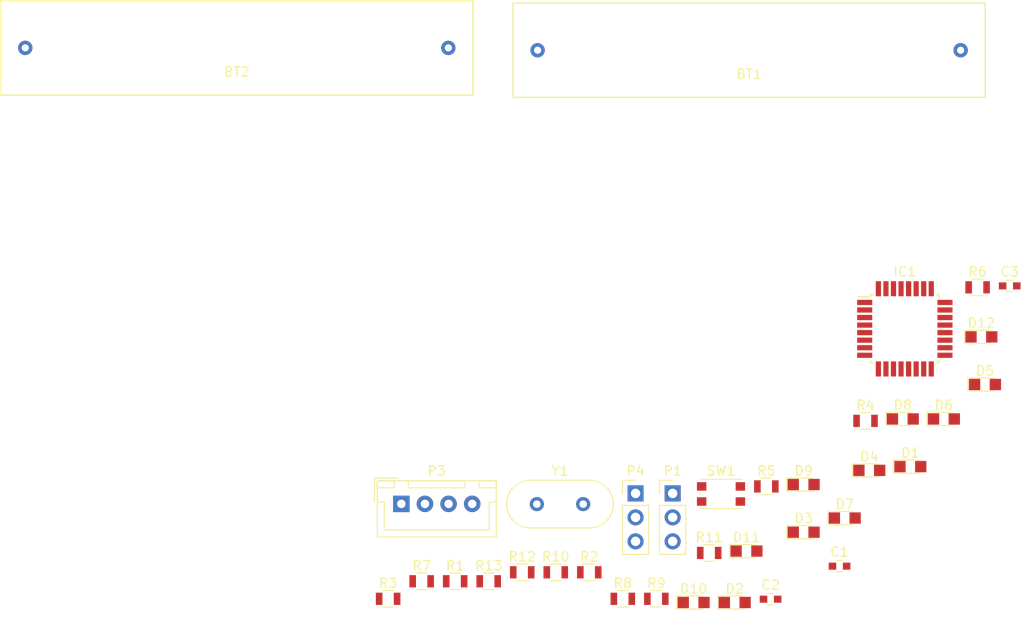
<source format=kicad_pcb>
(kicad_pcb (version 4) (host pcbnew 4.0.5)

  (general
    (links 66)
    (no_connects 66)
    (area 0 0 0 0)
    (thickness 1.6)
    (drawings 0)
    (tracks 0)
    (zones 0)
    (modules 36)
    (nets 43)
  )

  (page A4)
  (layers
    (0 F.Cu signal)
    (31 B.Cu signal)
    (32 B.Adhes user)
    (33 F.Adhes user)
    (34 B.Paste user)
    (35 F.Paste user)
    (36 B.SilkS user)
    (37 F.SilkS user)
    (38 B.Mask user)
    (39 F.Mask user)
    (40 Dwgs.User user)
    (41 Cmts.User user)
    (42 Eco1.User user)
    (43 Eco2.User user)
    (44 Edge.Cuts user)
    (45 Margin user)
    (46 B.CrtYd user)
    (47 F.CrtYd user)
    (48 B.Fab user)
    (49 F.Fab user)
  )

  (setup
    (last_trace_width 0.25)
    (trace_clearance 0.2)
    (zone_clearance 0.508)
    (zone_45_only no)
    (trace_min 0.2)
    (segment_width 0.2)
    (edge_width 0.1)
    (via_size 0.6)
    (via_drill 0.4)
    (via_min_size 0.4)
    (via_min_drill 0.3)
    (uvia_size 0.3)
    (uvia_drill 0.1)
    (uvias_allowed no)
    (uvia_min_size 0.2)
    (uvia_min_drill 0.1)
    (pcb_text_width 0.3)
    (pcb_text_size 1.5 1.5)
    (mod_edge_width 0.15)
    (mod_text_size 1 1)
    (mod_text_width 0.15)
    (pad_size 1.5 1.5)
    (pad_drill 0.6)
    (pad_to_mask_clearance 0)
    (aux_axis_origin 0 0)
    (visible_elements FFFFFF7F)
    (pcbplotparams
      (layerselection 0x00030_80000001)
      (usegerberextensions false)
      (excludeedgelayer true)
      (linewidth 0.100000)
      (plotframeref false)
      (viasonmask false)
      (mode 1)
      (useauxorigin false)
      (hpglpennumber 1)
      (hpglpenspeed 20)
      (hpglpendiameter 15)
      (hpglpenoverlay 2)
      (psnegative false)
      (psa4output false)
      (plotreference true)
      (plotvalue true)
      (plotinvisibletext false)
      (padsonsilk false)
      (subtractmaskfromsilk false)
      (outputformat 1)
      (mirror false)
      (drillshape 1)
      (scaleselection 1)
      (outputdirectory ""))
  )

  (net 0 "")
  (net 1 "Net-(BT1-Pad1)")
  (net 2 "Net-(BT1-Pad2)")
  (net 3 GND)
  (net 4 VCC)
  (net 5 "Net-(C2-Pad2)")
  (net 6 "Net-(C3-Pad2)")
  (net 7 "Net-(D1-Pad2)")
  (net 8 "Net-(D2-Pad2)")
  (net 9 "Net-(D3-Pad2)")
  (net 10 "Net-(D4-Pad2)")
  (net 11 "Net-(D5-Pad2)")
  (net 12 "Net-(D6-Pad2)")
  (net 13 "Net-(D7-Pad2)")
  (net 14 "Net-(D8-Pad2)")
  (net 15 "Net-(D9-Pad2)")
  (net 16 "Net-(D10-Pad2)")
  (net 17 "Net-(D11-Pad2)")
  (net 18 "Net-(D12-Pad2)")
  (net 19 "Net-(IC1-Pad1)")
  (net 20 "Net-(IC1-Pad2)")
  (net 21 "Net-(IC1-Pad9)")
  (net 22 "Net-(IC1-Pad10)")
  (net 23 "Net-(IC1-Pad11)")
  (net 24 "Net-(IC1-Pad12)")
  (net 25 "Net-(IC1-Pad13)")
  (net 26 "Net-(CON1-Pad2)")
  (net 27 "Net-(CON1-Pad3)")
  (net 28 "Net-(CON1-Pad5)")
  (net 29 "Net-(CON1-Pad7)")
  (net 30 "Net-(IC1-Pad19)")
  (net 31 "Net-(IC1-Pad20)")
  (net 32 "Net-(IC1-Pad22)")
  (net 33 "Net-(IC1-Pad23)")
  (net 34 "Net-(IC1-Pad24)")
  (net 35 "Net-(IC1-Pad25)")
  (net 36 "Net-(IC1-Pad26)")
  (net 37 "Net-(IC1-Pad27)")
  (net 38 "Net-(IC1-Pad28)")
  (net 39 "Net-(IC1-Pad29)")
  (net 40 "Net-(IC1-Pad30)")
  (net 41 "Net-(IC1-Pad31)")
  (net 42 "Net-(IC1-Pad32)")

  (net_class Default "これは標準のネット クラスです。"
    (clearance 0.2)
    (trace_width 0.25)
    (via_dia 0.6)
    (via_drill 0.4)
    (uvia_dia 0.3)
    (uvia_drill 0.1)
    (add_net GND)
    (add_net "Net-(BT1-Pad1)")
    (add_net "Net-(BT1-Pad2)")
    (add_net "Net-(C2-Pad2)")
    (add_net "Net-(C3-Pad2)")
    (add_net "Net-(CON1-Pad2)")
    (add_net "Net-(CON1-Pad3)")
    (add_net "Net-(CON1-Pad5)")
    (add_net "Net-(CON1-Pad7)")
    (add_net "Net-(D1-Pad2)")
    (add_net "Net-(D10-Pad2)")
    (add_net "Net-(D11-Pad2)")
    (add_net "Net-(D12-Pad2)")
    (add_net "Net-(D2-Pad2)")
    (add_net "Net-(D3-Pad2)")
    (add_net "Net-(D4-Pad2)")
    (add_net "Net-(D5-Pad2)")
    (add_net "Net-(D6-Pad2)")
    (add_net "Net-(D7-Pad2)")
    (add_net "Net-(D8-Pad2)")
    (add_net "Net-(D9-Pad2)")
    (add_net "Net-(IC1-Pad1)")
    (add_net "Net-(IC1-Pad10)")
    (add_net "Net-(IC1-Pad11)")
    (add_net "Net-(IC1-Pad12)")
    (add_net "Net-(IC1-Pad13)")
    (add_net "Net-(IC1-Pad19)")
    (add_net "Net-(IC1-Pad2)")
    (add_net "Net-(IC1-Pad20)")
    (add_net "Net-(IC1-Pad22)")
    (add_net "Net-(IC1-Pad23)")
    (add_net "Net-(IC1-Pad24)")
    (add_net "Net-(IC1-Pad25)")
    (add_net "Net-(IC1-Pad26)")
    (add_net "Net-(IC1-Pad27)")
    (add_net "Net-(IC1-Pad28)")
    (add_net "Net-(IC1-Pad29)")
    (add_net "Net-(IC1-Pad30)")
    (add_net "Net-(IC1-Pad31)")
    (add_net "Net-(IC1-Pad32)")
    (add_net "Net-(IC1-Pad9)")
    (add_net VCC)
  )

  (module .pretty:AAA (layer F.Cu) (tedit 58CD3464) (tstamp 58CD369B)
    (at 132 7.75)
    (path /58CF0814)
    (fp_text reference BT1 (at 0 2.54) (layer F.SilkS)
      (effects (font (size 1 1) (thickness 0.15)))
    )
    (fp_text value AAA (at 0 -2.54) (layer F.Fab)
      (effects (font (size 1 1) (thickness 0.15)))
    )
    (fp_line (start -25 -5) (end -25 5) (layer F.SilkS) (width 0.15))
    (fp_line (start -25 5) (end 25 5) (layer F.SilkS) (width 0.15))
    (fp_line (start 25 5) (end 25 -5) (layer F.SilkS) (width 0.15))
    (fp_line (start 25 -5) (end -25 -5) (layer F.SilkS) (width 0.15))
    (pad 1 thru_hole circle (at 22.4 0) (size 1.524 1.524) (drill 0.762) (layers *.Cu *.Mask)
      (net 1 "Net-(BT1-Pad1)"))
    (pad 2 thru_hole circle (at -22.4 0) (size 1.524 1.524) (drill 0.762) (layers *.Cu *.Mask)
      (net 2 "Net-(BT1-Pad2)"))
  )

  (module .pretty:AAA (layer F.Cu) (tedit 58CD3464) (tstamp 58CD36A1)
    (at 77.75 7.5)
    (path /58CF0771)
    (fp_text reference BT2 (at 0 2.54) (layer F.SilkS)
      (effects (font (size 1 1) (thickness 0.15)))
    )
    (fp_text value AAA (at 0 -2.54) (layer F.Fab)
      (effects (font (size 1 1) (thickness 0.15)))
    )
    (fp_line (start -25 -5) (end -25 5) (layer F.SilkS) (width 0.15))
    (fp_line (start -25 5) (end 25 5) (layer F.SilkS) (width 0.15))
    (fp_line (start 25 5) (end 25 -5) (layer F.SilkS) (width 0.15))
    (fp_line (start 25 -5) (end -25 -5) (layer F.SilkS) (width 0.15))
    (pad 1 thru_hole circle (at 22.4 0) (size 1.524 1.524) (drill 0.762) (layers *.Cu *.Mask)
      (net 2 "Net-(BT1-Pad2)"))
    (pad 2 thru_hole circle (at -22.4 0) (size 1.524 1.524) (drill 0.762) (layers *.Cu *.Mask)
      (net 3 GND))
  )

  (module Capacitors_SMD:C_0603 (layer F.Cu) (tedit 58AA844E) (tstamp 58CD36A7)
    (at 141.575001 62.425)
    (descr "Capacitor SMD 0603, reflow soldering, AVX (see smccp.pdf)")
    (tags "capacitor 0603")
    (path /58BAAF36)
    (attr smd)
    (fp_text reference C1 (at 0 -1.5) (layer F.SilkS)
      (effects (font (size 1 1) (thickness 0.15)))
    )
    (fp_text value C (at 0 1.5) (layer F.Fab)
      (effects (font (size 1 1) (thickness 0.15)))
    )
    (fp_text user %R (at 0 -1.5) (layer F.Fab)
      (effects (font (size 1 1) (thickness 0.15)))
    )
    (fp_line (start -0.8 0.4) (end -0.8 -0.4) (layer F.Fab) (width 0.1))
    (fp_line (start 0.8 0.4) (end -0.8 0.4) (layer F.Fab) (width 0.1))
    (fp_line (start 0.8 -0.4) (end 0.8 0.4) (layer F.Fab) (width 0.1))
    (fp_line (start -0.8 -0.4) (end 0.8 -0.4) (layer F.Fab) (width 0.1))
    (fp_line (start -0.35 -0.6) (end 0.35 -0.6) (layer F.SilkS) (width 0.12))
    (fp_line (start 0.35 0.6) (end -0.35 0.6) (layer F.SilkS) (width 0.12))
    (fp_line (start -1.4 -0.65) (end 1.4 -0.65) (layer F.CrtYd) (width 0.05))
    (fp_line (start -1.4 -0.65) (end -1.4 0.65) (layer F.CrtYd) (width 0.05))
    (fp_line (start 1.4 0.65) (end 1.4 -0.65) (layer F.CrtYd) (width 0.05))
    (fp_line (start 1.4 0.65) (end -1.4 0.65) (layer F.CrtYd) (width 0.05))
    (pad 1 smd rect (at -0.75 0) (size 0.8 0.75) (layers F.Cu F.Paste F.Mask)
      (net 4 VCC))
    (pad 2 smd rect (at 0.75 0) (size 0.8 0.75) (layers F.Cu F.Paste F.Mask)
      (net 3 GND))
    (model Capacitors_SMD.3dshapes/C_0603.wrl
      (at (xyz 0 0 0))
      (scale (xyz 1 1 1))
      (rotate (xyz 0 0 0))
    )
  )

  (module Capacitors_SMD:C_0603 (layer F.Cu) (tedit 58AA844E) (tstamp 58CD36AD)
    (at 134.275001 65.925)
    (descr "Capacitor SMD 0603, reflow soldering, AVX (see smccp.pdf)")
    (tags "capacitor 0603")
    (path /58BAE6D0)
    (attr smd)
    (fp_text reference C2 (at 0 -1.5) (layer F.SilkS)
      (effects (font (size 1 1) (thickness 0.15)))
    )
    (fp_text value 22p (at 0 1.5) (layer F.Fab)
      (effects (font (size 1 1) (thickness 0.15)))
    )
    (fp_text user %R (at 0 -1.5) (layer F.Fab)
      (effects (font (size 1 1) (thickness 0.15)))
    )
    (fp_line (start -0.8 0.4) (end -0.8 -0.4) (layer F.Fab) (width 0.1))
    (fp_line (start 0.8 0.4) (end -0.8 0.4) (layer F.Fab) (width 0.1))
    (fp_line (start 0.8 -0.4) (end 0.8 0.4) (layer F.Fab) (width 0.1))
    (fp_line (start -0.8 -0.4) (end 0.8 -0.4) (layer F.Fab) (width 0.1))
    (fp_line (start -0.35 -0.6) (end 0.35 -0.6) (layer F.SilkS) (width 0.12))
    (fp_line (start 0.35 0.6) (end -0.35 0.6) (layer F.SilkS) (width 0.12))
    (fp_line (start -1.4 -0.65) (end 1.4 -0.65) (layer F.CrtYd) (width 0.05))
    (fp_line (start -1.4 -0.65) (end -1.4 0.65) (layer F.CrtYd) (width 0.05))
    (fp_line (start 1.4 0.65) (end 1.4 -0.65) (layer F.CrtYd) (width 0.05))
    (fp_line (start 1.4 0.65) (end -1.4 0.65) (layer F.CrtYd) (width 0.05))
    (pad 1 smd rect (at -0.75 0) (size 0.8 0.75) (layers F.Cu F.Paste F.Mask)
      (net 3 GND))
    (pad 2 smd rect (at 0.75 0) (size 0.8 0.75) (layers F.Cu F.Paste F.Mask)
      (net 5 "Net-(C2-Pad2)"))
    (model Capacitors_SMD.3dshapes/C_0603.wrl
      (at (xyz 0 0 0))
      (scale (xyz 1 1 1))
      (rotate (xyz 0 0 0))
    )
  )

  (module Capacitors_SMD:C_0603 (layer F.Cu) (tedit 58AA844E) (tstamp 58CD36B3)
    (at 159.595001 32.725)
    (descr "Capacitor SMD 0603, reflow soldering, AVX (see smccp.pdf)")
    (tags "capacitor 0603")
    (path /58BAE788)
    (attr smd)
    (fp_text reference C3 (at 0 -1.5) (layer F.SilkS)
      (effects (font (size 1 1) (thickness 0.15)))
    )
    (fp_text value 22p (at 0 1.5) (layer F.Fab)
      (effects (font (size 1 1) (thickness 0.15)))
    )
    (fp_text user %R (at 0 -1.5) (layer F.Fab)
      (effects (font (size 1 1) (thickness 0.15)))
    )
    (fp_line (start -0.8 0.4) (end -0.8 -0.4) (layer F.Fab) (width 0.1))
    (fp_line (start 0.8 0.4) (end -0.8 0.4) (layer F.Fab) (width 0.1))
    (fp_line (start 0.8 -0.4) (end 0.8 0.4) (layer F.Fab) (width 0.1))
    (fp_line (start -0.8 -0.4) (end 0.8 -0.4) (layer F.Fab) (width 0.1))
    (fp_line (start -0.35 -0.6) (end 0.35 -0.6) (layer F.SilkS) (width 0.12))
    (fp_line (start 0.35 0.6) (end -0.35 0.6) (layer F.SilkS) (width 0.12))
    (fp_line (start -1.4 -0.65) (end 1.4 -0.65) (layer F.CrtYd) (width 0.05))
    (fp_line (start -1.4 -0.65) (end -1.4 0.65) (layer F.CrtYd) (width 0.05))
    (fp_line (start 1.4 0.65) (end 1.4 -0.65) (layer F.CrtYd) (width 0.05))
    (fp_line (start 1.4 0.65) (end -1.4 0.65) (layer F.CrtYd) (width 0.05))
    (pad 1 smd rect (at -0.75 0) (size 0.8 0.75) (layers F.Cu F.Paste F.Mask)
      (net 3 GND))
    (pad 2 smd rect (at 0.75 0) (size 0.8 0.75) (layers F.Cu F.Paste F.Mask)
      (net 6 "Net-(C3-Pad2)"))
    (model Capacitors_SMD.3dshapes/C_0603.wrl
      (at (xyz 0 0 0))
      (scale (xyz 1 1 1))
      (rotate (xyz 0 0 0))
    )
  )

  (module LEDs:LED_0805 (layer F.Cu) (tedit 57FE93EC) (tstamp 58CD36B9)
    (at 149.075001 51.875)
    (descr "LED 0805 smd package")
    (tags "LED led 0805 SMD smd SMT smt smdled SMDLED smtled SMTLED")
    (path /58B7F565)
    (attr smd)
    (fp_text reference D1 (at 0 -1.45) (layer F.SilkS)
      (effects (font (size 1 1) (thickness 0.15)))
    )
    (fp_text value LED (at 0 1.55) (layer F.Fab)
      (effects (font (size 1 1) (thickness 0.15)))
    )
    (fp_line (start -1.8 -0.7) (end -1.8 0.7) (layer F.SilkS) (width 0.12))
    (fp_line (start -0.4 -0.4) (end -0.4 0.4) (layer F.Fab) (width 0.1))
    (fp_line (start -0.4 0) (end 0.2 -0.4) (layer F.Fab) (width 0.1))
    (fp_line (start 0.2 0.4) (end -0.4 0) (layer F.Fab) (width 0.1))
    (fp_line (start 0.2 -0.4) (end 0.2 0.4) (layer F.Fab) (width 0.1))
    (fp_line (start 1 0.6) (end -1 0.6) (layer F.Fab) (width 0.1))
    (fp_line (start 1 -0.6) (end 1 0.6) (layer F.Fab) (width 0.1))
    (fp_line (start -1 -0.6) (end 1 -0.6) (layer F.Fab) (width 0.1))
    (fp_line (start -1 0.6) (end -1 -0.6) (layer F.Fab) (width 0.1))
    (fp_line (start -1.8 0.7) (end 1 0.7) (layer F.SilkS) (width 0.12))
    (fp_line (start -1.8 -0.7) (end 1 -0.7) (layer F.SilkS) (width 0.12))
    (fp_line (start 1.95 -0.85) (end 1.95 0.85) (layer F.CrtYd) (width 0.05))
    (fp_line (start 1.95 0.85) (end -1.95 0.85) (layer F.CrtYd) (width 0.05))
    (fp_line (start -1.95 0.85) (end -1.95 -0.85) (layer F.CrtYd) (width 0.05))
    (fp_line (start -1.95 -0.85) (end 1.95 -0.85) (layer F.CrtYd) (width 0.05))
    (pad 2 smd rect (at 1.1 0 180) (size 1.2 1.2) (layers F.Cu F.Paste F.Mask)
      (net 7 "Net-(D1-Pad2)"))
    (pad 1 smd rect (at -1.1 0 180) (size 1.2 1.2) (layers F.Cu F.Paste F.Mask)
      (net 3 GND))
    (model LEDs.3dshapes/LED_0805.wrl
      (at (xyz 0 0 0))
      (scale (xyz 1 1 1))
      (rotate (xyz 0 0 180))
    )
  )

  (module LEDs:LED_0805 (layer F.Cu) (tedit 57FE93EC) (tstamp 58CD36BF)
    (at 130.475001 66.275)
    (descr "LED 0805 smd package")
    (tags "LED led 0805 SMD smd SMT smt smdled SMDLED smtled SMTLED")
    (path /58CD5769)
    (attr smd)
    (fp_text reference D2 (at 0 -1.45) (layer F.SilkS)
      (effects (font (size 1 1) (thickness 0.15)))
    )
    (fp_text value LED (at 0 1.55) (layer F.Fab)
      (effects (font (size 1 1) (thickness 0.15)))
    )
    (fp_line (start -1.8 -0.7) (end -1.8 0.7) (layer F.SilkS) (width 0.12))
    (fp_line (start -0.4 -0.4) (end -0.4 0.4) (layer F.Fab) (width 0.1))
    (fp_line (start -0.4 0) (end 0.2 -0.4) (layer F.Fab) (width 0.1))
    (fp_line (start 0.2 0.4) (end -0.4 0) (layer F.Fab) (width 0.1))
    (fp_line (start 0.2 -0.4) (end 0.2 0.4) (layer F.Fab) (width 0.1))
    (fp_line (start 1 0.6) (end -1 0.6) (layer F.Fab) (width 0.1))
    (fp_line (start 1 -0.6) (end 1 0.6) (layer F.Fab) (width 0.1))
    (fp_line (start -1 -0.6) (end 1 -0.6) (layer F.Fab) (width 0.1))
    (fp_line (start -1 0.6) (end -1 -0.6) (layer F.Fab) (width 0.1))
    (fp_line (start -1.8 0.7) (end 1 0.7) (layer F.SilkS) (width 0.12))
    (fp_line (start -1.8 -0.7) (end 1 -0.7) (layer F.SilkS) (width 0.12))
    (fp_line (start 1.95 -0.85) (end 1.95 0.85) (layer F.CrtYd) (width 0.05))
    (fp_line (start 1.95 0.85) (end -1.95 0.85) (layer F.CrtYd) (width 0.05))
    (fp_line (start -1.95 0.85) (end -1.95 -0.85) (layer F.CrtYd) (width 0.05))
    (fp_line (start -1.95 -0.85) (end 1.95 -0.85) (layer F.CrtYd) (width 0.05))
    (pad 2 smd rect (at 1.1 0 180) (size 1.2 1.2) (layers F.Cu F.Paste F.Mask)
      (net 8 "Net-(D2-Pad2)"))
    (pad 1 smd rect (at -1.1 0 180) (size 1.2 1.2) (layers F.Cu F.Paste F.Mask)
      (net 3 GND))
    (model LEDs.3dshapes/LED_0805.wrl
      (at (xyz 0 0 0))
      (scale (xyz 1 1 1))
      (rotate (xyz 0 0 180))
    )
  )

  (module LEDs:LED_0805 (layer F.Cu) (tedit 57FE93EC) (tstamp 58CD36C5)
    (at 137.775001 58.825)
    (descr "LED 0805 smd package")
    (tags "LED led 0805 SMD smd SMT smt smdled SMDLED smtled SMTLED")
    (path /58CD5818)
    (attr smd)
    (fp_text reference D3 (at 0 -1.45) (layer F.SilkS)
      (effects (font (size 1 1) (thickness 0.15)))
    )
    (fp_text value LED (at 0 1.55) (layer F.Fab)
      (effects (font (size 1 1) (thickness 0.15)))
    )
    (fp_line (start -1.8 -0.7) (end -1.8 0.7) (layer F.SilkS) (width 0.12))
    (fp_line (start -0.4 -0.4) (end -0.4 0.4) (layer F.Fab) (width 0.1))
    (fp_line (start -0.4 0) (end 0.2 -0.4) (layer F.Fab) (width 0.1))
    (fp_line (start 0.2 0.4) (end -0.4 0) (layer F.Fab) (width 0.1))
    (fp_line (start 0.2 -0.4) (end 0.2 0.4) (layer F.Fab) (width 0.1))
    (fp_line (start 1 0.6) (end -1 0.6) (layer F.Fab) (width 0.1))
    (fp_line (start 1 -0.6) (end 1 0.6) (layer F.Fab) (width 0.1))
    (fp_line (start -1 -0.6) (end 1 -0.6) (layer F.Fab) (width 0.1))
    (fp_line (start -1 0.6) (end -1 -0.6) (layer F.Fab) (width 0.1))
    (fp_line (start -1.8 0.7) (end 1 0.7) (layer F.SilkS) (width 0.12))
    (fp_line (start -1.8 -0.7) (end 1 -0.7) (layer F.SilkS) (width 0.12))
    (fp_line (start 1.95 -0.85) (end 1.95 0.85) (layer F.CrtYd) (width 0.05))
    (fp_line (start 1.95 0.85) (end -1.95 0.85) (layer F.CrtYd) (width 0.05))
    (fp_line (start -1.95 0.85) (end -1.95 -0.85) (layer F.CrtYd) (width 0.05))
    (fp_line (start -1.95 -0.85) (end 1.95 -0.85) (layer F.CrtYd) (width 0.05))
    (pad 2 smd rect (at 1.1 0 180) (size 1.2 1.2) (layers F.Cu F.Paste F.Mask)
      (net 9 "Net-(D3-Pad2)"))
    (pad 1 smd rect (at -1.1 0 180) (size 1.2 1.2) (layers F.Cu F.Paste F.Mask)
      (net 3 GND))
    (model LEDs.3dshapes/LED_0805.wrl
      (at (xyz 0 0 0))
      (scale (xyz 1 1 1))
      (rotate (xyz 0 0 180))
    )
  )

  (module LEDs:LED_0805 (layer F.Cu) (tedit 57FE93EC) (tstamp 58CD36CB)
    (at 144.725001 52.275)
    (descr "LED 0805 smd package")
    (tags "LED led 0805 SMD smd SMT smt smdled SMDLED smtled SMTLED")
    (path /58CD5825)
    (attr smd)
    (fp_text reference D4 (at 0 -1.45) (layer F.SilkS)
      (effects (font (size 1 1) (thickness 0.15)))
    )
    (fp_text value LED (at 0 1.55) (layer F.Fab)
      (effects (font (size 1 1) (thickness 0.15)))
    )
    (fp_line (start -1.8 -0.7) (end -1.8 0.7) (layer F.SilkS) (width 0.12))
    (fp_line (start -0.4 -0.4) (end -0.4 0.4) (layer F.Fab) (width 0.1))
    (fp_line (start -0.4 0) (end 0.2 -0.4) (layer F.Fab) (width 0.1))
    (fp_line (start 0.2 0.4) (end -0.4 0) (layer F.Fab) (width 0.1))
    (fp_line (start 0.2 -0.4) (end 0.2 0.4) (layer F.Fab) (width 0.1))
    (fp_line (start 1 0.6) (end -1 0.6) (layer F.Fab) (width 0.1))
    (fp_line (start 1 -0.6) (end 1 0.6) (layer F.Fab) (width 0.1))
    (fp_line (start -1 -0.6) (end 1 -0.6) (layer F.Fab) (width 0.1))
    (fp_line (start -1 0.6) (end -1 -0.6) (layer F.Fab) (width 0.1))
    (fp_line (start -1.8 0.7) (end 1 0.7) (layer F.SilkS) (width 0.12))
    (fp_line (start -1.8 -0.7) (end 1 -0.7) (layer F.SilkS) (width 0.12))
    (fp_line (start 1.95 -0.85) (end 1.95 0.85) (layer F.CrtYd) (width 0.05))
    (fp_line (start 1.95 0.85) (end -1.95 0.85) (layer F.CrtYd) (width 0.05))
    (fp_line (start -1.95 0.85) (end -1.95 -0.85) (layer F.CrtYd) (width 0.05))
    (fp_line (start -1.95 -0.85) (end 1.95 -0.85) (layer F.CrtYd) (width 0.05))
    (pad 2 smd rect (at 1.1 0 180) (size 1.2 1.2) (layers F.Cu F.Paste F.Mask)
      (net 10 "Net-(D4-Pad2)"))
    (pad 1 smd rect (at -1.1 0 180) (size 1.2 1.2) (layers F.Cu F.Paste F.Mask)
      (net 3 GND))
    (model LEDs.3dshapes/LED_0805.wrl
      (at (xyz 0 0 0))
      (scale (xyz 1 1 1))
      (rotate (xyz 0 0 180))
    )
  )

  (module LEDs:LED_0805 (layer F.Cu) (tedit 57FE93EC) (tstamp 58CD36D1)
    (at 156.975001 43.175)
    (descr "LED 0805 smd package")
    (tags "LED led 0805 SMD smd SMT smt smdled SMDLED smtled SMTLED")
    (path /58CD5AA0)
    (attr smd)
    (fp_text reference D5 (at 0 -1.45) (layer F.SilkS)
      (effects (font (size 1 1) (thickness 0.15)))
    )
    (fp_text value LED (at 0 1.55) (layer F.Fab)
      (effects (font (size 1 1) (thickness 0.15)))
    )
    (fp_line (start -1.8 -0.7) (end -1.8 0.7) (layer F.SilkS) (width 0.12))
    (fp_line (start -0.4 -0.4) (end -0.4 0.4) (layer F.Fab) (width 0.1))
    (fp_line (start -0.4 0) (end 0.2 -0.4) (layer F.Fab) (width 0.1))
    (fp_line (start 0.2 0.4) (end -0.4 0) (layer F.Fab) (width 0.1))
    (fp_line (start 0.2 -0.4) (end 0.2 0.4) (layer F.Fab) (width 0.1))
    (fp_line (start 1 0.6) (end -1 0.6) (layer F.Fab) (width 0.1))
    (fp_line (start 1 -0.6) (end 1 0.6) (layer F.Fab) (width 0.1))
    (fp_line (start -1 -0.6) (end 1 -0.6) (layer F.Fab) (width 0.1))
    (fp_line (start -1 0.6) (end -1 -0.6) (layer F.Fab) (width 0.1))
    (fp_line (start -1.8 0.7) (end 1 0.7) (layer F.SilkS) (width 0.12))
    (fp_line (start -1.8 -0.7) (end 1 -0.7) (layer F.SilkS) (width 0.12))
    (fp_line (start 1.95 -0.85) (end 1.95 0.85) (layer F.CrtYd) (width 0.05))
    (fp_line (start 1.95 0.85) (end -1.95 0.85) (layer F.CrtYd) (width 0.05))
    (fp_line (start -1.95 0.85) (end -1.95 -0.85) (layer F.CrtYd) (width 0.05))
    (fp_line (start -1.95 -0.85) (end 1.95 -0.85) (layer F.CrtYd) (width 0.05))
    (pad 2 smd rect (at 1.1 0 180) (size 1.2 1.2) (layers F.Cu F.Paste F.Mask)
      (net 11 "Net-(D5-Pad2)"))
    (pad 1 smd rect (at -1.1 0 180) (size 1.2 1.2) (layers F.Cu F.Paste F.Mask)
      (net 3 GND))
    (model LEDs.3dshapes/LED_0805.wrl
      (at (xyz 0 0 0))
      (scale (xyz 1 1 1))
      (rotate (xyz 0 0 180))
    )
  )

  (module LEDs:LED_0805 (layer F.Cu) (tedit 57FE93EC) (tstamp 58CD36D7)
    (at 152.625001 46.825)
    (descr "LED 0805 smd package")
    (tags "LED led 0805 SMD smd SMT smt smdled SMDLED smtled SMTLED")
    (path /58CD5AAD)
    (attr smd)
    (fp_text reference D6 (at 0 -1.45) (layer F.SilkS)
      (effects (font (size 1 1) (thickness 0.15)))
    )
    (fp_text value LED (at 0 1.55) (layer F.Fab)
      (effects (font (size 1 1) (thickness 0.15)))
    )
    (fp_line (start -1.8 -0.7) (end -1.8 0.7) (layer F.SilkS) (width 0.12))
    (fp_line (start -0.4 -0.4) (end -0.4 0.4) (layer F.Fab) (width 0.1))
    (fp_line (start -0.4 0) (end 0.2 -0.4) (layer F.Fab) (width 0.1))
    (fp_line (start 0.2 0.4) (end -0.4 0) (layer F.Fab) (width 0.1))
    (fp_line (start 0.2 -0.4) (end 0.2 0.4) (layer F.Fab) (width 0.1))
    (fp_line (start 1 0.6) (end -1 0.6) (layer F.Fab) (width 0.1))
    (fp_line (start 1 -0.6) (end 1 0.6) (layer F.Fab) (width 0.1))
    (fp_line (start -1 -0.6) (end 1 -0.6) (layer F.Fab) (width 0.1))
    (fp_line (start -1 0.6) (end -1 -0.6) (layer F.Fab) (width 0.1))
    (fp_line (start -1.8 0.7) (end 1 0.7) (layer F.SilkS) (width 0.12))
    (fp_line (start -1.8 -0.7) (end 1 -0.7) (layer F.SilkS) (width 0.12))
    (fp_line (start 1.95 -0.85) (end 1.95 0.85) (layer F.CrtYd) (width 0.05))
    (fp_line (start 1.95 0.85) (end -1.95 0.85) (layer F.CrtYd) (width 0.05))
    (fp_line (start -1.95 0.85) (end -1.95 -0.85) (layer F.CrtYd) (width 0.05))
    (fp_line (start -1.95 -0.85) (end 1.95 -0.85) (layer F.CrtYd) (width 0.05))
    (pad 2 smd rect (at 1.1 0 180) (size 1.2 1.2) (layers F.Cu F.Paste F.Mask)
      (net 12 "Net-(D6-Pad2)"))
    (pad 1 smd rect (at -1.1 0 180) (size 1.2 1.2) (layers F.Cu F.Paste F.Mask)
      (net 3 GND))
    (model LEDs.3dshapes/LED_0805.wrl
      (at (xyz 0 0 0))
      (scale (xyz 1 1 1))
      (rotate (xyz 0 0 180))
    )
  )

  (module LEDs:LED_0805 (layer F.Cu) (tedit 57FE93EC) (tstamp 58CD36DD)
    (at 142.125001 57.325)
    (descr "LED 0805 smd package")
    (tags "LED led 0805 SMD smd SMT smt smdled SMDLED smtled SMTLED")
    (path /58CD5ABA)
    (attr smd)
    (fp_text reference D7 (at 0 -1.45) (layer F.SilkS)
      (effects (font (size 1 1) (thickness 0.15)))
    )
    (fp_text value LED (at 0 1.55) (layer F.Fab)
      (effects (font (size 1 1) (thickness 0.15)))
    )
    (fp_line (start -1.8 -0.7) (end -1.8 0.7) (layer F.SilkS) (width 0.12))
    (fp_line (start -0.4 -0.4) (end -0.4 0.4) (layer F.Fab) (width 0.1))
    (fp_line (start -0.4 0) (end 0.2 -0.4) (layer F.Fab) (width 0.1))
    (fp_line (start 0.2 0.4) (end -0.4 0) (layer F.Fab) (width 0.1))
    (fp_line (start 0.2 -0.4) (end 0.2 0.4) (layer F.Fab) (width 0.1))
    (fp_line (start 1 0.6) (end -1 0.6) (layer F.Fab) (width 0.1))
    (fp_line (start 1 -0.6) (end 1 0.6) (layer F.Fab) (width 0.1))
    (fp_line (start -1 -0.6) (end 1 -0.6) (layer F.Fab) (width 0.1))
    (fp_line (start -1 0.6) (end -1 -0.6) (layer F.Fab) (width 0.1))
    (fp_line (start -1.8 0.7) (end 1 0.7) (layer F.SilkS) (width 0.12))
    (fp_line (start -1.8 -0.7) (end 1 -0.7) (layer F.SilkS) (width 0.12))
    (fp_line (start 1.95 -0.85) (end 1.95 0.85) (layer F.CrtYd) (width 0.05))
    (fp_line (start 1.95 0.85) (end -1.95 0.85) (layer F.CrtYd) (width 0.05))
    (fp_line (start -1.95 0.85) (end -1.95 -0.85) (layer F.CrtYd) (width 0.05))
    (fp_line (start -1.95 -0.85) (end 1.95 -0.85) (layer F.CrtYd) (width 0.05))
    (pad 2 smd rect (at 1.1 0 180) (size 1.2 1.2) (layers F.Cu F.Paste F.Mask)
      (net 13 "Net-(D7-Pad2)"))
    (pad 1 smd rect (at -1.1 0 180) (size 1.2 1.2) (layers F.Cu F.Paste F.Mask)
      (net 3 GND))
    (model LEDs.3dshapes/LED_0805.wrl
      (at (xyz 0 0 0))
      (scale (xyz 1 1 1))
      (rotate (xyz 0 0 180))
    )
  )

  (module LEDs:LED_0805 (layer F.Cu) (tedit 57FE93EC) (tstamp 58CD36E3)
    (at 148.275001 46.825)
    (descr "LED 0805 smd package")
    (tags "LED led 0805 SMD smd SMT smt smdled SMDLED smtled SMTLED")
    (path /58CD5AC7)
    (attr smd)
    (fp_text reference D8 (at 0 -1.45) (layer F.SilkS)
      (effects (font (size 1 1) (thickness 0.15)))
    )
    (fp_text value LED (at 0 1.55) (layer F.Fab)
      (effects (font (size 1 1) (thickness 0.15)))
    )
    (fp_line (start -1.8 -0.7) (end -1.8 0.7) (layer F.SilkS) (width 0.12))
    (fp_line (start -0.4 -0.4) (end -0.4 0.4) (layer F.Fab) (width 0.1))
    (fp_line (start -0.4 0) (end 0.2 -0.4) (layer F.Fab) (width 0.1))
    (fp_line (start 0.2 0.4) (end -0.4 0) (layer F.Fab) (width 0.1))
    (fp_line (start 0.2 -0.4) (end 0.2 0.4) (layer F.Fab) (width 0.1))
    (fp_line (start 1 0.6) (end -1 0.6) (layer F.Fab) (width 0.1))
    (fp_line (start 1 -0.6) (end 1 0.6) (layer F.Fab) (width 0.1))
    (fp_line (start -1 -0.6) (end 1 -0.6) (layer F.Fab) (width 0.1))
    (fp_line (start -1 0.6) (end -1 -0.6) (layer F.Fab) (width 0.1))
    (fp_line (start -1.8 0.7) (end 1 0.7) (layer F.SilkS) (width 0.12))
    (fp_line (start -1.8 -0.7) (end 1 -0.7) (layer F.SilkS) (width 0.12))
    (fp_line (start 1.95 -0.85) (end 1.95 0.85) (layer F.CrtYd) (width 0.05))
    (fp_line (start 1.95 0.85) (end -1.95 0.85) (layer F.CrtYd) (width 0.05))
    (fp_line (start -1.95 0.85) (end -1.95 -0.85) (layer F.CrtYd) (width 0.05))
    (fp_line (start -1.95 -0.85) (end 1.95 -0.85) (layer F.CrtYd) (width 0.05))
    (pad 2 smd rect (at 1.1 0 180) (size 1.2 1.2) (layers F.Cu F.Paste F.Mask)
      (net 14 "Net-(D8-Pad2)"))
    (pad 1 smd rect (at -1.1 0 180) (size 1.2 1.2) (layers F.Cu F.Paste F.Mask)
      (net 3 GND))
    (model LEDs.3dshapes/LED_0805.wrl
      (at (xyz 0 0 0))
      (scale (xyz 1 1 1))
      (rotate (xyz 0 0 180))
    )
  )

  (module LEDs:LED_0805 (layer F.Cu) (tedit 57FE93EC) (tstamp 58CD36E9)
    (at 137.775001 53.775)
    (descr "LED 0805 smd package")
    (tags "LED led 0805 SMD smd SMT smt smdled SMDLED smtled SMTLED")
    (path /58CD5C02)
    (attr smd)
    (fp_text reference D9 (at 0 -1.45) (layer F.SilkS)
      (effects (font (size 1 1) (thickness 0.15)))
    )
    (fp_text value LED (at 0 1.55) (layer F.Fab)
      (effects (font (size 1 1) (thickness 0.15)))
    )
    (fp_line (start -1.8 -0.7) (end -1.8 0.7) (layer F.SilkS) (width 0.12))
    (fp_line (start -0.4 -0.4) (end -0.4 0.4) (layer F.Fab) (width 0.1))
    (fp_line (start -0.4 0) (end 0.2 -0.4) (layer F.Fab) (width 0.1))
    (fp_line (start 0.2 0.4) (end -0.4 0) (layer F.Fab) (width 0.1))
    (fp_line (start 0.2 -0.4) (end 0.2 0.4) (layer F.Fab) (width 0.1))
    (fp_line (start 1 0.6) (end -1 0.6) (layer F.Fab) (width 0.1))
    (fp_line (start 1 -0.6) (end 1 0.6) (layer F.Fab) (width 0.1))
    (fp_line (start -1 -0.6) (end 1 -0.6) (layer F.Fab) (width 0.1))
    (fp_line (start -1 0.6) (end -1 -0.6) (layer F.Fab) (width 0.1))
    (fp_line (start -1.8 0.7) (end 1 0.7) (layer F.SilkS) (width 0.12))
    (fp_line (start -1.8 -0.7) (end 1 -0.7) (layer F.SilkS) (width 0.12))
    (fp_line (start 1.95 -0.85) (end 1.95 0.85) (layer F.CrtYd) (width 0.05))
    (fp_line (start 1.95 0.85) (end -1.95 0.85) (layer F.CrtYd) (width 0.05))
    (fp_line (start -1.95 0.85) (end -1.95 -0.85) (layer F.CrtYd) (width 0.05))
    (fp_line (start -1.95 -0.85) (end 1.95 -0.85) (layer F.CrtYd) (width 0.05))
    (pad 2 smd rect (at 1.1 0 180) (size 1.2 1.2) (layers F.Cu F.Paste F.Mask)
      (net 15 "Net-(D9-Pad2)"))
    (pad 1 smd rect (at -1.1 0 180) (size 1.2 1.2) (layers F.Cu F.Paste F.Mask)
      (net 3 GND))
    (model LEDs.3dshapes/LED_0805.wrl
      (at (xyz 0 0 0))
      (scale (xyz 1 1 1))
      (rotate (xyz 0 0 180))
    )
  )

  (module LEDs:LED_0805 (layer F.Cu) (tedit 57FE93EC) (tstamp 58CD36EF)
    (at 126.125001 66.275)
    (descr "LED 0805 smd package")
    (tags "LED led 0805 SMD smd SMT smt smdled SMDLED smtled SMTLED")
    (path /58CD5C0F)
    (attr smd)
    (fp_text reference D10 (at 0 -1.45) (layer F.SilkS)
      (effects (font (size 1 1) (thickness 0.15)))
    )
    (fp_text value LED (at 0 1.55) (layer F.Fab)
      (effects (font (size 1 1) (thickness 0.15)))
    )
    (fp_line (start -1.8 -0.7) (end -1.8 0.7) (layer F.SilkS) (width 0.12))
    (fp_line (start -0.4 -0.4) (end -0.4 0.4) (layer F.Fab) (width 0.1))
    (fp_line (start -0.4 0) (end 0.2 -0.4) (layer F.Fab) (width 0.1))
    (fp_line (start 0.2 0.4) (end -0.4 0) (layer F.Fab) (width 0.1))
    (fp_line (start 0.2 -0.4) (end 0.2 0.4) (layer F.Fab) (width 0.1))
    (fp_line (start 1 0.6) (end -1 0.6) (layer F.Fab) (width 0.1))
    (fp_line (start 1 -0.6) (end 1 0.6) (layer F.Fab) (width 0.1))
    (fp_line (start -1 -0.6) (end 1 -0.6) (layer F.Fab) (width 0.1))
    (fp_line (start -1 0.6) (end -1 -0.6) (layer F.Fab) (width 0.1))
    (fp_line (start -1.8 0.7) (end 1 0.7) (layer F.SilkS) (width 0.12))
    (fp_line (start -1.8 -0.7) (end 1 -0.7) (layer F.SilkS) (width 0.12))
    (fp_line (start 1.95 -0.85) (end 1.95 0.85) (layer F.CrtYd) (width 0.05))
    (fp_line (start 1.95 0.85) (end -1.95 0.85) (layer F.CrtYd) (width 0.05))
    (fp_line (start -1.95 0.85) (end -1.95 -0.85) (layer F.CrtYd) (width 0.05))
    (fp_line (start -1.95 -0.85) (end 1.95 -0.85) (layer F.CrtYd) (width 0.05))
    (pad 2 smd rect (at 1.1 0 180) (size 1.2 1.2) (layers F.Cu F.Paste F.Mask)
      (net 16 "Net-(D10-Pad2)"))
    (pad 1 smd rect (at -1.1 0 180) (size 1.2 1.2) (layers F.Cu F.Paste F.Mask)
      (net 3 GND))
    (model LEDs.3dshapes/LED_0805.wrl
      (at (xyz 0 0 0))
      (scale (xyz 1 1 1))
      (rotate (xyz 0 0 180))
    )
  )

  (module LEDs:LED_0805 (layer F.Cu) (tedit 57FE93EC) (tstamp 58CD36F5)
    (at 131.725001 60.825)
    (descr "LED 0805 smd package")
    (tags "LED led 0805 SMD smd SMT smt smdled SMDLED smtled SMTLED")
    (path /58CD5C1C)
    (attr smd)
    (fp_text reference D11 (at 0 -1.45) (layer F.SilkS)
      (effects (font (size 1 1) (thickness 0.15)))
    )
    (fp_text value LED (at 0 1.55) (layer F.Fab)
      (effects (font (size 1 1) (thickness 0.15)))
    )
    (fp_line (start -1.8 -0.7) (end -1.8 0.7) (layer F.SilkS) (width 0.12))
    (fp_line (start -0.4 -0.4) (end -0.4 0.4) (layer F.Fab) (width 0.1))
    (fp_line (start -0.4 0) (end 0.2 -0.4) (layer F.Fab) (width 0.1))
    (fp_line (start 0.2 0.4) (end -0.4 0) (layer F.Fab) (width 0.1))
    (fp_line (start 0.2 -0.4) (end 0.2 0.4) (layer F.Fab) (width 0.1))
    (fp_line (start 1 0.6) (end -1 0.6) (layer F.Fab) (width 0.1))
    (fp_line (start 1 -0.6) (end 1 0.6) (layer F.Fab) (width 0.1))
    (fp_line (start -1 -0.6) (end 1 -0.6) (layer F.Fab) (width 0.1))
    (fp_line (start -1 0.6) (end -1 -0.6) (layer F.Fab) (width 0.1))
    (fp_line (start -1.8 0.7) (end 1 0.7) (layer F.SilkS) (width 0.12))
    (fp_line (start -1.8 -0.7) (end 1 -0.7) (layer F.SilkS) (width 0.12))
    (fp_line (start 1.95 -0.85) (end 1.95 0.85) (layer F.CrtYd) (width 0.05))
    (fp_line (start 1.95 0.85) (end -1.95 0.85) (layer F.CrtYd) (width 0.05))
    (fp_line (start -1.95 0.85) (end -1.95 -0.85) (layer F.CrtYd) (width 0.05))
    (fp_line (start -1.95 -0.85) (end 1.95 -0.85) (layer F.CrtYd) (width 0.05))
    (pad 2 smd rect (at 1.1 0 180) (size 1.2 1.2) (layers F.Cu F.Paste F.Mask)
      (net 17 "Net-(D11-Pad2)"))
    (pad 1 smd rect (at -1.1 0 180) (size 1.2 1.2) (layers F.Cu F.Paste F.Mask)
      (net 3 GND))
    (model LEDs.3dshapes/LED_0805.wrl
      (at (xyz 0 0 0))
      (scale (xyz 1 1 1))
      (rotate (xyz 0 0 180))
    )
  )

  (module LEDs:LED_0805 (layer F.Cu) (tedit 57FE93EC) (tstamp 58CD36FB)
    (at 156.595001 38.125)
    (descr "LED 0805 smd package")
    (tags "LED led 0805 SMD smd SMT smt smdled SMDLED smtled SMTLED")
    (path /58CD5C29)
    (attr smd)
    (fp_text reference D12 (at 0 -1.45) (layer F.SilkS)
      (effects (font (size 1 1) (thickness 0.15)))
    )
    (fp_text value LED (at 0 1.55) (layer F.Fab)
      (effects (font (size 1 1) (thickness 0.15)))
    )
    (fp_line (start -1.8 -0.7) (end -1.8 0.7) (layer F.SilkS) (width 0.12))
    (fp_line (start -0.4 -0.4) (end -0.4 0.4) (layer F.Fab) (width 0.1))
    (fp_line (start -0.4 0) (end 0.2 -0.4) (layer F.Fab) (width 0.1))
    (fp_line (start 0.2 0.4) (end -0.4 0) (layer F.Fab) (width 0.1))
    (fp_line (start 0.2 -0.4) (end 0.2 0.4) (layer F.Fab) (width 0.1))
    (fp_line (start 1 0.6) (end -1 0.6) (layer F.Fab) (width 0.1))
    (fp_line (start 1 -0.6) (end 1 0.6) (layer F.Fab) (width 0.1))
    (fp_line (start -1 -0.6) (end 1 -0.6) (layer F.Fab) (width 0.1))
    (fp_line (start -1 0.6) (end -1 -0.6) (layer F.Fab) (width 0.1))
    (fp_line (start -1.8 0.7) (end 1 0.7) (layer F.SilkS) (width 0.12))
    (fp_line (start -1.8 -0.7) (end 1 -0.7) (layer F.SilkS) (width 0.12))
    (fp_line (start 1.95 -0.85) (end 1.95 0.85) (layer F.CrtYd) (width 0.05))
    (fp_line (start 1.95 0.85) (end -1.95 0.85) (layer F.CrtYd) (width 0.05))
    (fp_line (start -1.95 0.85) (end -1.95 -0.85) (layer F.CrtYd) (width 0.05))
    (fp_line (start -1.95 -0.85) (end 1.95 -0.85) (layer F.CrtYd) (width 0.05))
    (pad 2 smd rect (at 1.1 0 180) (size 1.2 1.2) (layers F.Cu F.Paste F.Mask)
      (net 18 "Net-(D12-Pad2)"))
    (pad 1 smd rect (at -1.1 0 180) (size 1.2 1.2) (layers F.Cu F.Paste F.Mask)
      (net 3 GND))
    (model LEDs.3dshapes/LED_0805.wrl
      (at (xyz 0 0 0))
      (scale (xyz 1 1 1))
      (rotate (xyz 0 0 180))
    )
  )

  (module Housings_QFP:TQFP-32_7x7mm_Pitch0.8mm (layer F.Cu) (tedit 54130A77) (tstamp 58CD371F)
    (at 148.488095 37.275)
    (descr "32-Lead Plastic Thin Quad Flatpack (PT) - 7x7x1.0 mm Body, 2.00 mm [TQFP] (see Microchip Packaging Specification 00000049BS.pdf)")
    (tags "QFP 0.8")
    (path /58CF826B)
    (attr smd)
    (fp_text reference IC1 (at 0 -6.05) (layer F.SilkS)
      (effects (font (size 1 1) (thickness 0.15)))
    )
    (fp_text value ATMEGA328P-A (at 0 6.05) (layer F.Fab)
      (effects (font (size 1 1) (thickness 0.15)))
    )
    (fp_text user %R (at 0 0) (layer F.Fab)
      (effects (font (size 1 1) (thickness 0.15)))
    )
    (fp_line (start -2.5 -3.5) (end 3.5 -3.5) (layer F.Fab) (width 0.15))
    (fp_line (start 3.5 -3.5) (end 3.5 3.5) (layer F.Fab) (width 0.15))
    (fp_line (start 3.5 3.5) (end -3.5 3.5) (layer F.Fab) (width 0.15))
    (fp_line (start -3.5 3.5) (end -3.5 -2.5) (layer F.Fab) (width 0.15))
    (fp_line (start -3.5 -2.5) (end -2.5 -3.5) (layer F.Fab) (width 0.15))
    (fp_line (start -5.3 -5.3) (end -5.3 5.3) (layer F.CrtYd) (width 0.05))
    (fp_line (start 5.3 -5.3) (end 5.3 5.3) (layer F.CrtYd) (width 0.05))
    (fp_line (start -5.3 -5.3) (end 5.3 -5.3) (layer F.CrtYd) (width 0.05))
    (fp_line (start -5.3 5.3) (end 5.3 5.3) (layer F.CrtYd) (width 0.05))
    (fp_line (start -3.625 -3.625) (end -3.625 -3.4) (layer F.SilkS) (width 0.15))
    (fp_line (start 3.625 -3.625) (end 3.625 -3.3) (layer F.SilkS) (width 0.15))
    (fp_line (start 3.625 3.625) (end 3.625 3.3) (layer F.SilkS) (width 0.15))
    (fp_line (start -3.625 3.625) (end -3.625 3.3) (layer F.SilkS) (width 0.15))
    (fp_line (start -3.625 -3.625) (end -3.3 -3.625) (layer F.SilkS) (width 0.15))
    (fp_line (start -3.625 3.625) (end -3.3 3.625) (layer F.SilkS) (width 0.15))
    (fp_line (start 3.625 3.625) (end 3.3 3.625) (layer F.SilkS) (width 0.15))
    (fp_line (start 3.625 -3.625) (end 3.3 -3.625) (layer F.SilkS) (width 0.15))
    (fp_line (start -3.625 -3.4) (end -5.05 -3.4) (layer F.SilkS) (width 0.15))
    (pad 1 smd rect (at -4.25 -2.8) (size 1.6 0.55) (layers F.Cu F.Paste F.Mask)
      (net 19 "Net-(IC1-Pad1)"))
    (pad 2 smd rect (at -4.25 -2) (size 1.6 0.55) (layers F.Cu F.Paste F.Mask)
      (net 20 "Net-(IC1-Pad2)"))
    (pad 3 smd rect (at -4.25 -1.2) (size 1.6 0.55) (layers F.Cu F.Paste F.Mask)
      (net 3 GND))
    (pad 4 smd rect (at -4.25 -0.4) (size 1.6 0.55) (layers F.Cu F.Paste F.Mask)
      (net 4 VCC))
    (pad 5 smd rect (at -4.25 0.4) (size 1.6 0.55) (layers F.Cu F.Paste F.Mask)
      (net 3 GND))
    (pad 6 smd rect (at -4.25 1.2) (size 1.6 0.55) (layers F.Cu F.Paste F.Mask)
      (net 4 VCC))
    (pad 7 smd rect (at -4.25 2) (size 1.6 0.55) (layers F.Cu F.Paste F.Mask)
      (net 5 "Net-(C2-Pad2)"))
    (pad 8 smd rect (at -4.25 2.8) (size 1.6 0.55) (layers F.Cu F.Paste F.Mask)
      (net 6 "Net-(C3-Pad2)"))
    (pad 9 smd rect (at -2.8 4.25 90) (size 1.6 0.55) (layers F.Cu F.Paste F.Mask)
      (net 21 "Net-(IC1-Pad9)"))
    (pad 10 smd rect (at -2 4.25 90) (size 1.6 0.55) (layers F.Cu F.Paste F.Mask)
      (net 22 "Net-(IC1-Pad10)"))
    (pad 11 smd rect (at -1.2 4.25 90) (size 1.6 0.55) (layers F.Cu F.Paste F.Mask)
      (net 23 "Net-(IC1-Pad11)"))
    (pad 12 smd rect (at -0.4 4.25 90) (size 1.6 0.55) (layers F.Cu F.Paste F.Mask)
      (net 24 "Net-(IC1-Pad12)"))
    (pad 13 smd rect (at 0.4 4.25 90) (size 1.6 0.55) (layers F.Cu F.Paste F.Mask)
      (net 25 "Net-(IC1-Pad13)"))
    (pad 14 smd rect (at 1.2 4.25 90) (size 1.6 0.55) (layers F.Cu F.Paste F.Mask)
      (net 26 "Net-(CON1-Pad2)"))
    (pad 15 smd rect (at 2 4.25 90) (size 1.6 0.55) (layers F.Cu F.Paste F.Mask)
      (net 27 "Net-(CON1-Pad3)"))
    (pad 16 smd rect (at 2.8 4.25 90) (size 1.6 0.55) (layers F.Cu F.Paste F.Mask)
      (net 28 "Net-(CON1-Pad5)"))
    (pad 17 smd rect (at 4.25 2.8) (size 1.6 0.55) (layers F.Cu F.Paste F.Mask)
      (net 29 "Net-(CON1-Pad7)"))
    (pad 18 smd rect (at 4.25 2) (size 1.6 0.55) (layers F.Cu F.Paste F.Mask)
      (net 4 VCC))
    (pad 19 smd rect (at 4.25 1.2) (size 1.6 0.55) (layers F.Cu F.Paste F.Mask)
      (net 30 "Net-(IC1-Pad19)"))
    (pad 20 smd rect (at 4.25 0.4) (size 1.6 0.55) (layers F.Cu F.Paste F.Mask)
      (net 31 "Net-(IC1-Pad20)"))
    (pad 21 smd rect (at 4.25 -0.4) (size 1.6 0.55) (layers F.Cu F.Paste F.Mask)
      (net 3 GND))
    (pad 22 smd rect (at 4.25 -1.2) (size 1.6 0.55) (layers F.Cu F.Paste F.Mask)
      (net 32 "Net-(IC1-Pad22)"))
    (pad 23 smd rect (at 4.25 -2) (size 1.6 0.55) (layers F.Cu F.Paste F.Mask)
      (net 33 "Net-(IC1-Pad23)"))
    (pad 24 smd rect (at 4.25 -2.8) (size 1.6 0.55) (layers F.Cu F.Paste F.Mask)
      (net 34 "Net-(IC1-Pad24)"))
    (pad 25 smd rect (at 2.8 -4.25 90) (size 1.6 0.55) (layers F.Cu F.Paste F.Mask)
      (net 35 "Net-(IC1-Pad25)"))
    (pad 26 smd rect (at 2 -4.25 90) (size 1.6 0.55) (layers F.Cu F.Paste F.Mask)
      (net 36 "Net-(IC1-Pad26)"))
    (pad 27 smd rect (at 1.2 -4.25 90) (size 1.6 0.55) (layers F.Cu F.Paste F.Mask)
      (net 37 "Net-(IC1-Pad27)"))
    (pad 28 smd rect (at 0.4 -4.25 90) (size 1.6 0.55) (layers F.Cu F.Paste F.Mask)
      (net 38 "Net-(IC1-Pad28)"))
    (pad 29 smd rect (at -0.4 -4.25 90) (size 1.6 0.55) (layers F.Cu F.Paste F.Mask)
      (net 39 "Net-(IC1-Pad29)"))
    (pad 30 smd rect (at -1.2 -4.25 90) (size 1.6 0.55) (layers F.Cu F.Paste F.Mask)
      (net 40 "Net-(IC1-Pad30)"))
    (pad 31 smd rect (at -2 -4.25 90) (size 1.6 0.55) (layers F.Cu F.Paste F.Mask)
      (net 41 "Net-(IC1-Pad31)"))
    (pad 32 smd rect (at -2.8 -4.25 90) (size 1.6 0.55) (layers F.Cu F.Paste F.Mask)
      (net 42 "Net-(IC1-Pad32)"))
    (model Housings_QFP.3dshapes/TQFP-32_7x7mm_Pitch0.8mm.wrl
      (at (xyz 0 0 0))
      (scale (xyz 1 1 1))
      (rotate (xyz 0 0 0))
    )
  )

  (module Pin_Headers:Pin_Header_Straight_1x03_Pitch2.54mm (layer F.Cu) (tedit 5862ED52) (tstamp 58CD3726)
    (at 123.904762 54.715)
    (descr "Through hole straight pin header, 1x03, 2.54mm pitch, single row")
    (tags "Through hole pin header THT 1x03 2.54mm single row")
    (path /58CF5EEA)
    (fp_text reference P1 (at 0 -2.39) (layer F.SilkS)
      (effects (font (size 1 1) (thickness 0.15)))
    )
    (fp_text value HOLE (at 0 7.47) (layer F.Fab)
      (effects (font (size 1 1) (thickness 0.15)))
    )
    (fp_line (start -1.27 -1.27) (end -1.27 6.35) (layer F.Fab) (width 0.1))
    (fp_line (start -1.27 6.35) (end 1.27 6.35) (layer F.Fab) (width 0.1))
    (fp_line (start 1.27 6.35) (end 1.27 -1.27) (layer F.Fab) (width 0.1))
    (fp_line (start 1.27 -1.27) (end -1.27 -1.27) (layer F.Fab) (width 0.1))
    (fp_line (start -1.39 1.27) (end -1.39 6.47) (layer F.SilkS) (width 0.12))
    (fp_line (start -1.39 6.47) (end 1.39 6.47) (layer F.SilkS) (width 0.12))
    (fp_line (start 1.39 6.47) (end 1.39 1.27) (layer F.SilkS) (width 0.12))
    (fp_line (start 1.39 1.27) (end -1.39 1.27) (layer F.SilkS) (width 0.12))
    (fp_line (start -1.39 0) (end -1.39 -1.39) (layer F.SilkS) (width 0.12))
    (fp_line (start -1.39 -1.39) (end 0 -1.39) (layer F.SilkS) (width 0.12))
    (fp_line (start -1.6 -1.6) (end -1.6 6.6) (layer F.CrtYd) (width 0.05))
    (fp_line (start -1.6 6.6) (end 1.6 6.6) (layer F.CrtYd) (width 0.05))
    (fp_line (start 1.6 6.6) (end 1.6 -1.6) (layer F.CrtYd) (width 0.05))
    (fp_line (start 1.6 -1.6) (end -1.6 -1.6) (layer F.CrtYd) (width 0.05))
    (pad 1 thru_hole rect (at 0 0) (size 1.7 1.7) (drill 1) (layers *.Cu *.Mask)
      (net 4 VCC))
    (pad 2 thru_hole oval (at 0 2.54) (size 1.7 1.7) (drill 1) (layers *.Cu *.Mask)
      (net 3 GND))
    (pad 3 thru_hole oval (at 0 5.08) (size 1.7 1.7) (drill 1) (layers *.Cu *.Mask)
      (net 38 "Net-(IC1-Pad28)"))
    (model Pin_Headers.3dshapes/Pin_Header_Straight_1x03_Pitch2.54mm.wrl
      (at (xyz 0 -0.1 0))
      (scale (xyz 1 1 1))
      (rotate (xyz 0 0 90))
    )
  )

  (module Connectors_JST:JST_XH_B04B-XH-A_04x2.50mm_Straight (layer F.Cu) (tedit 58A23614) (tstamp 58CD372E)
    (at 95.175001 55.825)
    (descr "JST XH series connector, B04B-XH-A, top entry type, through hole")
    (tags "connector jst xh tht top vertical 2.50mm")
    (path /58B9ACA9)
    (fp_text reference P3 (at 3.75 -3.5) (layer F.SilkS)
      (effects (font (size 1 1) (thickness 0.15)))
    )
    (fp_text value Writer (at 3.75 4.5) (layer F.Fab)
      (effects (font (size 1 1) (thickness 0.15)))
    )
    (fp_line (start -2.45 -2.35) (end -2.45 3.4) (layer F.Fab) (width 0.1))
    (fp_line (start -2.45 3.4) (end 9.95 3.4) (layer F.Fab) (width 0.1))
    (fp_line (start 9.95 3.4) (end 9.95 -2.35) (layer F.Fab) (width 0.1))
    (fp_line (start 9.95 -2.35) (end -2.45 -2.35) (layer F.Fab) (width 0.1))
    (fp_line (start -2.95 -2.85) (end -2.95 3.9) (layer F.CrtYd) (width 0.05))
    (fp_line (start -2.95 3.9) (end 10.4 3.9) (layer F.CrtYd) (width 0.05))
    (fp_line (start 10.4 3.9) (end 10.4 -2.85) (layer F.CrtYd) (width 0.05))
    (fp_line (start 10.4 -2.85) (end -2.95 -2.85) (layer F.CrtYd) (width 0.05))
    (fp_line (start -2.55 -2.45) (end -2.55 3.5) (layer F.SilkS) (width 0.12))
    (fp_line (start -2.55 3.5) (end 10.05 3.5) (layer F.SilkS) (width 0.12))
    (fp_line (start 10.05 3.5) (end 10.05 -2.45) (layer F.SilkS) (width 0.12))
    (fp_line (start 10.05 -2.45) (end -2.55 -2.45) (layer F.SilkS) (width 0.12))
    (fp_line (start 0.75 -2.45) (end 0.75 -1.7) (layer F.SilkS) (width 0.12))
    (fp_line (start 0.75 -1.7) (end 6.75 -1.7) (layer F.SilkS) (width 0.12))
    (fp_line (start 6.75 -1.7) (end 6.75 -2.45) (layer F.SilkS) (width 0.12))
    (fp_line (start 6.75 -2.45) (end 0.75 -2.45) (layer F.SilkS) (width 0.12))
    (fp_line (start -2.55 -2.45) (end -2.55 -1.7) (layer F.SilkS) (width 0.12))
    (fp_line (start -2.55 -1.7) (end -0.75 -1.7) (layer F.SilkS) (width 0.12))
    (fp_line (start -0.75 -1.7) (end -0.75 -2.45) (layer F.SilkS) (width 0.12))
    (fp_line (start -0.75 -2.45) (end -2.55 -2.45) (layer F.SilkS) (width 0.12))
    (fp_line (start 8.25 -2.45) (end 8.25 -1.7) (layer F.SilkS) (width 0.12))
    (fp_line (start 8.25 -1.7) (end 10.05 -1.7) (layer F.SilkS) (width 0.12))
    (fp_line (start 10.05 -1.7) (end 10.05 -2.45) (layer F.SilkS) (width 0.12))
    (fp_line (start 10.05 -2.45) (end 8.25 -2.45) (layer F.SilkS) (width 0.12))
    (fp_line (start -2.55 -0.2) (end -1.8 -0.2) (layer F.SilkS) (width 0.12))
    (fp_line (start -1.8 -0.2) (end -1.8 2.75) (layer F.SilkS) (width 0.12))
    (fp_line (start -1.8 2.75) (end 3.75 2.75) (layer F.SilkS) (width 0.12))
    (fp_line (start 10.05 -0.2) (end 9.3 -0.2) (layer F.SilkS) (width 0.12))
    (fp_line (start 9.3 -0.2) (end 9.3 2.75) (layer F.SilkS) (width 0.12))
    (fp_line (start 9.3 2.75) (end 3.75 2.75) (layer F.SilkS) (width 0.12))
    (fp_line (start -0.35 -2.75) (end -2.85 -2.75) (layer F.SilkS) (width 0.12))
    (fp_line (start -2.85 -2.75) (end -2.85 -0.25) (layer F.SilkS) (width 0.12))
    (fp_line (start -0.35 -2.75) (end -2.85 -2.75) (layer F.Fab) (width 0.1))
    (fp_line (start -2.85 -2.75) (end -2.85 -0.25) (layer F.Fab) (width 0.1))
    (fp_text user %R (at 3.75 2.5) (layer F.Fab)
      (effects (font (size 1 1) (thickness 0.15)))
    )
    (pad 1 thru_hole rect (at 0 0) (size 1.75 1.75) (drill 0.9) (layers *.Cu *.Mask)
      (net 4 VCC))
    (pad 2 thru_hole circle (at 2.5 0) (size 1.75 1.75) (drill 0.9) (layers *.Cu *.Mask)
      (net 40 "Net-(IC1-Pad30)"))
    (pad 3 thru_hole circle (at 5 0) (size 1.75 1.75) (drill 0.9) (layers *.Cu *.Mask)
      (net 41 "Net-(IC1-Pad31)"))
    (pad 4 thru_hole circle (at 7.5 0) (size 1.75 1.75) (drill 0.9) (layers *.Cu *.Mask)
      (net 3 GND))
    (model Connectors_JST.3dshapes/JST_XH_B04B-XH-A_04x2.50mm_Straight.wrl
      (at (xyz 0 0 0))
      (scale (xyz 1 1 1))
      (rotate (xyz 0 0 0))
    )
  )

  (module Pin_Headers:Pin_Header_Straight_1x03_Pitch2.54mm (layer F.Cu) (tedit 5862ED52) (tstamp 58CD3735)
    (at 119.975001 54.715)
    (descr "Through hole straight pin header, 1x03, 2.54mm pitch, single row")
    (tags "Through hole pin header THT 1x03 2.54mm single row")
    (path /58CF09F8)
    (fp_text reference P4 (at 0 -2.39) (layer F.SilkS)
      (effects (font (size 1 1) (thickness 0.15)))
    )
    (fp_text value SW (at 0 7.47) (layer F.Fab)
      (effects (font (size 1 1) (thickness 0.15)))
    )
    (fp_line (start -1.27 -1.27) (end -1.27 6.35) (layer F.Fab) (width 0.1))
    (fp_line (start -1.27 6.35) (end 1.27 6.35) (layer F.Fab) (width 0.1))
    (fp_line (start 1.27 6.35) (end 1.27 -1.27) (layer F.Fab) (width 0.1))
    (fp_line (start 1.27 -1.27) (end -1.27 -1.27) (layer F.Fab) (width 0.1))
    (fp_line (start -1.39 1.27) (end -1.39 6.47) (layer F.SilkS) (width 0.12))
    (fp_line (start -1.39 6.47) (end 1.39 6.47) (layer F.SilkS) (width 0.12))
    (fp_line (start 1.39 6.47) (end 1.39 1.27) (layer F.SilkS) (width 0.12))
    (fp_line (start 1.39 1.27) (end -1.39 1.27) (layer F.SilkS) (width 0.12))
    (fp_line (start -1.39 0) (end -1.39 -1.39) (layer F.SilkS) (width 0.12))
    (fp_line (start -1.39 -1.39) (end 0 -1.39) (layer F.SilkS) (width 0.12))
    (fp_line (start -1.6 -1.6) (end -1.6 6.6) (layer F.CrtYd) (width 0.05))
    (fp_line (start -1.6 6.6) (end 1.6 6.6) (layer F.CrtYd) (width 0.05))
    (fp_line (start 1.6 6.6) (end 1.6 -1.6) (layer F.CrtYd) (width 0.05))
    (fp_line (start 1.6 -1.6) (end -1.6 -1.6) (layer F.CrtYd) (width 0.05))
    (pad 1 thru_hole rect (at 0 0) (size 1.7 1.7) (drill 1) (layers *.Cu *.Mask)
      (net 1 "Net-(BT1-Pad1)"))
    (pad 2 thru_hole oval (at 0 2.54) (size 1.7 1.7) (drill 1) (layers *.Cu *.Mask)
      (net 4 VCC))
    (pad 3 thru_hole oval (at 0 5.08) (size 1.7 1.7) (drill 1) (layers *.Cu *.Mask)
      (net 4 VCC))
    (model Pin_Headers.3dshapes/Pin_Header_Straight_1x03_Pitch2.54mm.wrl
      (at (xyz 0 -0.1 0))
      (scale (xyz 1 1 1))
      (rotate (xyz 0 0 90))
    )
  )

  (module Resistors_SMD:R_0805 (layer F.Cu) (tedit 58AADA8F) (tstamp 58CD373B)
    (at 100.875001 64.025)
    (descr "Resistor SMD 0805, reflow soldering, Vishay (see dcrcw.pdf)")
    (tags "resistor 0805")
    (path /58B7F638)
    (attr smd)
    (fp_text reference R1 (at 0 -1.65) (layer F.SilkS)
      (effects (font (size 1 1) (thickness 0.15)))
    )
    (fp_text value 330 (at 0 1.75) (layer F.Fab)
      (effects (font (size 1 1) (thickness 0.15)))
    )
    (fp_text user %R (at 0 -1.65) (layer F.Fab)
      (effects (font (size 1 1) (thickness 0.15)))
    )
    (fp_line (start -1 0.62) (end -1 -0.62) (layer F.Fab) (width 0.1))
    (fp_line (start 1 0.62) (end -1 0.62) (layer F.Fab) (width 0.1))
    (fp_line (start 1 -0.62) (end 1 0.62) (layer F.Fab) (width 0.1))
    (fp_line (start -1 -0.62) (end 1 -0.62) (layer F.Fab) (width 0.1))
    (fp_line (start 0.6 0.88) (end -0.6 0.88) (layer F.SilkS) (width 0.12))
    (fp_line (start -0.6 -0.88) (end 0.6 -0.88) (layer F.SilkS) (width 0.12))
    (fp_line (start -1.55 -0.9) (end 1.55 -0.9) (layer F.CrtYd) (width 0.05))
    (fp_line (start -1.55 -0.9) (end -1.55 0.9) (layer F.CrtYd) (width 0.05))
    (fp_line (start 1.55 0.9) (end 1.55 -0.9) (layer F.CrtYd) (width 0.05))
    (fp_line (start 1.55 0.9) (end -1.55 0.9) (layer F.CrtYd) (width 0.05))
    (pad 1 smd rect (at -0.95 0) (size 0.7 1.3) (layers F.Cu F.Paste F.Mask)
      (net 7 "Net-(D1-Pad2)"))
    (pad 2 smd rect (at 0.95 0) (size 0.7 1.3) (layers F.Cu F.Paste F.Mask)
      (net 24 "Net-(IC1-Pad12)"))
    (model Resistors_SMD.3dshapes/R_0805.wrl
      (at (xyz 0 0 0))
      (scale (xyz 1 1 1))
      (rotate (xyz 0 0 0))
    )
  )

  (module Resistors_SMD:R_0805 (layer F.Cu) (tedit 58AADA8F) (tstamp 58CD3741)
    (at 115.075001 63.075)
    (descr "Resistor SMD 0805, reflow soldering, Vishay (see dcrcw.pdf)")
    (tags "resistor 0805")
    (path /58CD576F)
    (attr smd)
    (fp_text reference R2 (at 0 -1.65) (layer F.SilkS)
      (effects (font (size 1 1) (thickness 0.15)))
    )
    (fp_text value 330 (at 0 1.75) (layer F.Fab)
      (effects (font (size 1 1) (thickness 0.15)))
    )
    (fp_text user %R (at 0 -1.65) (layer F.Fab)
      (effects (font (size 1 1) (thickness 0.15)))
    )
    (fp_line (start -1 0.62) (end -1 -0.62) (layer F.Fab) (width 0.1))
    (fp_line (start 1 0.62) (end -1 0.62) (layer F.Fab) (width 0.1))
    (fp_line (start 1 -0.62) (end 1 0.62) (layer F.Fab) (width 0.1))
    (fp_line (start -1 -0.62) (end 1 -0.62) (layer F.Fab) (width 0.1))
    (fp_line (start 0.6 0.88) (end -0.6 0.88) (layer F.SilkS) (width 0.12))
    (fp_line (start -0.6 -0.88) (end 0.6 -0.88) (layer F.SilkS) (width 0.12))
    (fp_line (start -1.55 -0.9) (end 1.55 -0.9) (layer F.CrtYd) (width 0.05))
    (fp_line (start -1.55 -0.9) (end -1.55 0.9) (layer F.CrtYd) (width 0.05))
    (fp_line (start 1.55 0.9) (end 1.55 -0.9) (layer F.CrtYd) (width 0.05))
    (fp_line (start 1.55 0.9) (end -1.55 0.9) (layer F.CrtYd) (width 0.05))
    (pad 1 smd rect (at -0.95 0) (size 0.7 1.3) (layers F.Cu F.Paste F.Mask)
      (net 8 "Net-(D2-Pad2)"))
    (pad 2 smd rect (at 0.95 0) (size 0.7 1.3) (layers F.Cu F.Paste F.Mask)
      (net 25 "Net-(IC1-Pad13)"))
    (model Resistors_SMD.3dshapes/R_0805.wrl
      (at (xyz 0 0 0))
      (scale (xyz 1 1 1))
      (rotate (xyz 0 0 0))
    )
  )

  (module Resistors_SMD:R_0805 (layer F.Cu) (tedit 58AADA8F) (tstamp 58CD3747)
    (at 93.775001 65.885)
    (descr "Resistor SMD 0805, reflow soldering, Vishay (see dcrcw.pdf)")
    (tags "resistor 0805")
    (path /58CD581E)
    (attr smd)
    (fp_text reference R3 (at 0 -1.65) (layer F.SilkS)
      (effects (font (size 1 1) (thickness 0.15)))
    )
    (fp_text value 330 (at 0 1.75) (layer F.Fab)
      (effects (font (size 1 1) (thickness 0.15)))
    )
    (fp_text user %R (at 0 -1.65) (layer F.Fab)
      (effects (font (size 1 1) (thickness 0.15)))
    )
    (fp_line (start -1 0.62) (end -1 -0.62) (layer F.Fab) (width 0.1))
    (fp_line (start 1 0.62) (end -1 0.62) (layer F.Fab) (width 0.1))
    (fp_line (start 1 -0.62) (end 1 0.62) (layer F.Fab) (width 0.1))
    (fp_line (start -1 -0.62) (end 1 -0.62) (layer F.Fab) (width 0.1))
    (fp_line (start 0.6 0.88) (end -0.6 0.88) (layer F.SilkS) (width 0.12))
    (fp_line (start -0.6 -0.88) (end 0.6 -0.88) (layer F.SilkS) (width 0.12))
    (fp_line (start -1.55 -0.9) (end 1.55 -0.9) (layer F.CrtYd) (width 0.05))
    (fp_line (start -1.55 -0.9) (end -1.55 0.9) (layer F.CrtYd) (width 0.05))
    (fp_line (start 1.55 0.9) (end 1.55 -0.9) (layer F.CrtYd) (width 0.05))
    (fp_line (start 1.55 0.9) (end -1.55 0.9) (layer F.CrtYd) (width 0.05))
    (pad 1 smd rect (at -0.95 0) (size 0.7 1.3) (layers F.Cu F.Paste F.Mask)
      (net 9 "Net-(D3-Pad2)"))
    (pad 2 smd rect (at 0.95 0) (size 0.7 1.3) (layers F.Cu F.Paste F.Mask)
      (net 42 "Net-(IC1-Pad32)"))
    (model Resistors_SMD.3dshapes/R_0805.wrl
      (at (xyz 0 0 0))
      (scale (xyz 1 1 1))
      (rotate (xyz 0 0 0))
    )
  )

  (module Resistors_SMD:R_0805 (layer F.Cu) (tedit 58AADA8F) (tstamp 58CD374D)
    (at 144.325001 47.025)
    (descr "Resistor SMD 0805, reflow soldering, Vishay (see dcrcw.pdf)")
    (tags "resistor 0805")
    (path /58CD582B)
    (attr smd)
    (fp_text reference R4 (at 0 -1.65) (layer F.SilkS)
      (effects (font (size 1 1) (thickness 0.15)))
    )
    (fp_text value 330 (at 0 1.75) (layer F.Fab)
      (effects (font (size 1 1) (thickness 0.15)))
    )
    (fp_text user %R (at 0 -1.65) (layer F.Fab)
      (effects (font (size 1 1) (thickness 0.15)))
    )
    (fp_line (start -1 0.62) (end -1 -0.62) (layer F.Fab) (width 0.1))
    (fp_line (start 1 0.62) (end -1 0.62) (layer F.Fab) (width 0.1))
    (fp_line (start 1 -0.62) (end 1 0.62) (layer F.Fab) (width 0.1))
    (fp_line (start -1 -0.62) (end 1 -0.62) (layer F.Fab) (width 0.1))
    (fp_line (start 0.6 0.88) (end -0.6 0.88) (layer F.SilkS) (width 0.12))
    (fp_line (start -0.6 -0.88) (end 0.6 -0.88) (layer F.SilkS) (width 0.12))
    (fp_line (start -1.55 -0.9) (end 1.55 -0.9) (layer F.CrtYd) (width 0.05))
    (fp_line (start -1.55 -0.9) (end -1.55 0.9) (layer F.CrtYd) (width 0.05))
    (fp_line (start 1.55 0.9) (end 1.55 -0.9) (layer F.CrtYd) (width 0.05))
    (fp_line (start 1.55 0.9) (end -1.55 0.9) (layer F.CrtYd) (width 0.05))
    (pad 1 smd rect (at -0.95 0) (size 0.7 1.3) (layers F.Cu F.Paste F.Mask)
      (net 10 "Net-(D4-Pad2)"))
    (pad 2 smd rect (at 0.95 0) (size 0.7 1.3) (layers F.Cu F.Paste F.Mask)
      (net 19 "Net-(IC1-Pad1)"))
    (model Resistors_SMD.3dshapes/R_0805.wrl
      (at (xyz 0 0 0))
      (scale (xyz 1 1 1))
      (rotate (xyz 0 0 0))
    )
  )

  (module Resistors_SMD:R_0805 (layer F.Cu) (tedit 58AADA8F) (tstamp 58CD3753)
    (at 133.825001 53.975)
    (descr "Resistor SMD 0805, reflow soldering, Vishay (see dcrcw.pdf)")
    (tags "resistor 0805")
    (path /58CD5AA6)
    (attr smd)
    (fp_text reference R5 (at 0 -1.65) (layer F.SilkS)
      (effects (font (size 1 1) (thickness 0.15)))
    )
    (fp_text value 330 (at 0 1.75) (layer F.Fab)
      (effects (font (size 1 1) (thickness 0.15)))
    )
    (fp_text user %R (at 0 -1.65) (layer F.Fab)
      (effects (font (size 1 1) (thickness 0.15)))
    )
    (fp_line (start -1 0.62) (end -1 -0.62) (layer F.Fab) (width 0.1))
    (fp_line (start 1 0.62) (end -1 0.62) (layer F.Fab) (width 0.1))
    (fp_line (start 1 -0.62) (end 1 0.62) (layer F.Fab) (width 0.1))
    (fp_line (start -1 -0.62) (end 1 -0.62) (layer F.Fab) (width 0.1))
    (fp_line (start 0.6 0.88) (end -0.6 0.88) (layer F.SilkS) (width 0.12))
    (fp_line (start -0.6 -0.88) (end 0.6 -0.88) (layer F.SilkS) (width 0.12))
    (fp_line (start -1.55 -0.9) (end 1.55 -0.9) (layer F.CrtYd) (width 0.05))
    (fp_line (start -1.55 -0.9) (end -1.55 0.9) (layer F.CrtYd) (width 0.05))
    (fp_line (start 1.55 0.9) (end 1.55 -0.9) (layer F.CrtYd) (width 0.05))
    (fp_line (start 1.55 0.9) (end -1.55 0.9) (layer F.CrtYd) (width 0.05))
    (pad 1 smd rect (at -0.95 0) (size 0.7 1.3) (layers F.Cu F.Paste F.Mask)
      (net 11 "Net-(D5-Pad2)"))
    (pad 2 smd rect (at 0.95 0) (size 0.7 1.3) (layers F.Cu F.Paste F.Mask)
      (net 20 "Net-(IC1-Pad2)"))
    (model Resistors_SMD.3dshapes/R_0805.wrl
      (at (xyz 0 0 0))
      (scale (xyz 1 1 1))
      (rotate (xyz 0 0 0))
    )
  )

  (module Resistors_SMD:R_0805 (layer F.Cu) (tedit 58AADA8F) (tstamp 58CD3759)
    (at 156.195001 32.875)
    (descr "Resistor SMD 0805, reflow soldering, Vishay (see dcrcw.pdf)")
    (tags "resistor 0805")
    (path /58CD5AB3)
    (attr smd)
    (fp_text reference R6 (at 0 -1.65) (layer F.SilkS)
      (effects (font (size 1 1) (thickness 0.15)))
    )
    (fp_text value 330 (at 0 1.75) (layer F.Fab)
      (effects (font (size 1 1) (thickness 0.15)))
    )
    (fp_text user %R (at 0 -1.65) (layer F.Fab)
      (effects (font (size 1 1) (thickness 0.15)))
    )
    (fp_line (start -1 0.62) (end -1 -0.62) (layer F.Fab) (width 0.1))
    (fp_line (start 1 0.62) (end -1 0.62) (layer F.Fab) (width 0.1))
    (fp_line (start 1 -0.62) (end 1 0.62) (layer F.Fab) (width 0.1))
    (fp_line (start -1 -0.62) (end 1 -0.62) (layer F.Fab) (width 0.1))
    (fp_line (start 0.6 0.88) (end -0.6 0.88) (layer F.SilkS) (width 0.12))
    (fp_line (start -0.6 -0.88) (end 0.6 -0.88) (layer F.SilkS) (width 0.12))
    (fp_line (start -1.55 -0.9) (end 1.55 -0.9) (layer F.CrtYd) (width 0.05))
    (fp_line (start -1.55 -0.9) (end -1.55 0.9) (layer F.CrtYd) (width 0.05))
    (fp_line (start 1.55 0.9) (end 1.55 -0.9) (layer F.CrtYd) (width 0.05))
    (fp_line (start 1.55 0.9) (end -1.55 0.9) (layer F.CrtYd) (width 0.05))
    (pad 1 smd rect (at -0.95 0) (size 0.7 1.3) (layers F.Cu F.Paste F.Mask)
      (net 12 "Net-(D6-Pad2)"))
    (pad 2 smd rect (at 0.95 0) (size 0.7 1.3) (layers F.Cu F.Paste F.Mask)
      (net 21 "Net-(IC1-Pad9)"))
    (model Resistors_SMD.3dshapes/R_0805.wrl
      (at (xyz 0 0 0))
      (scale (xyz 1 1 1))
      (rotate (xyz 0 0 0))
    )
  )

  (module Resistors_SMD:R_0805 (layer F.Cu) (tedit 58AADA8F) (tstamp 58CD375F)
    (at 97.325001 64.025)
    (descr "Resistor SMD 0805, reflow soldering, Vishay (see dcrcw.pdf)")
    (tags "resistor 0805")
    (path /58CD5AC0)
    (attr smd)
    (fp_text reference R7 (at 0 -1.65) (layer F.SilkS)
      (effects (font (size 1 1) (thickness 0.15)))
    )
    (fp_text value 330 (at 0 1.75) (layer F.Fab)
      (effects (font (size 1 1) (thickness 0.15)))
    )
    (fp_text user %R (at 0 -1.65) (layer F.Fab)
      (effects (font (size 1 1) (thickness 0.15)))
    )
    (fp_line (start -1 0.62) (end -1 -0.62) (layer F.Fab) (width 0.1))
    (fp_line (start 1 0.62) (end -1 0.62) (layer F.Fab) (width 0.1))
    (fp_line (start 1 -0.62) (end 1 0.62) (layer F.Fab) (width 0.1))
    (fp_line (start -1 -0.62) (end 1 -0.62) (layer F.Fab) (width 0.1))
    (fp_line (start 0.6 0.88) (end -0.6 0.88) (layer F.SilkS) (width 0.12))
    (fp_line (start -0.6 -0.88) (end 0.6 -0.88) (layer F.SilkS) (width 0.12))
    (fp_line (start -1.55 -0.9) (end 1.55 -0.9) (layer F.CrtYd) (width 0.05))
    (fp_line (start -1.55 -0.9) (end -1.55 0.9) (layer F.CrtYd) (width 0.05))
    (fp_line (start 1.55 0.9) (end 1.55 -0.9) (layer F.CrtYd) (width 0.05))
    (fp_line (start 1.55 0.9) (end -1.55 0.9) (layer F.CrtYd) (width 0.05))
    (pad 1 smd rect (at -0.95 0) (size 0.7 1.3) (layers F.Cu F.Paste F.Mask)
      (net 13 "Net-(D7-Pad2)"))
    (pad 2 smd rect (at 0.95 0) (size 0.7 1.3) (layers F.Cu F.Paste F.Mask)
      (net 22 "Net-(IC1-Pad10)"))
    (model Resistors_SMD.3dshapes/R_0805.wrl
      (at (xyz 0 0 0))
      (scale (xyz 1 1 1))
      (rotate (xyz 0 0 0))
    )
  )

  (module Resistors_SMD:R_0805 (layer F.Cu) (tedit 58AADA8F) (tstamp 58CD3765)
    (at 118.625001 65.885)
    (descr "Resistor SMD 0805, reflow soldering, Vishay (see dcrcw.pdf)")
    (tags "resistor 0805")
    (path /58CD5ACD)
    (attr smd)
    (fp_text reference R8 (at 0 -1.65) (layer F.SilkS)
      (effects (font (size 1 1) (thickness 0.15)))
    )
    (fp_text value 330 (at 0 1.75) (layer F.Fab)
      (effects (font (size 1 1) (thickness 0.15)))
    )
    (fp_text user %R (at 0 -1.65) (layer F.Fab)
      (effects (font (size 1 1) (thickness 0.15)))
    )
    (fp_line (start -1 0.62) (end -1 -0.62) (layer F.Fab) (width 0.1))
    (fp_line (start 1 0.62) (end -1 0.62) (layer F.Fab) (width 0.1))
    (fp_line (start 1 -0.62) (end 1 0.62) (layer F.Fab) (width 0.1))
    (fp_line (start -1 -0.62) (end 1 -0.62) (layer F.Fab) (width 0.1))
    (fp_line (start 0.6 0.88) (end -0.6 0.88) (layer F.SilkS) (width 0.12))
    (fp_line (start -0.6 -0.88) (end 0.6 -0.88) (layer F.SilkS) (width 0.12))
    (fp_line (start -1.55 -0.9) (end 1.55 -0.9) (layer F.CrtYd) (width 0.05))
    (fp_line (start -1.55 -0.9) (end -1.55 0.9) (layer F.CrtYd) (width 0.05))
    (fp_line (start 1.55 0.9) (end 1.55 -0.9) (layer F.CrtYd) (width 0.05))
    (fp_line (start 1.55 0.9) (end -1.55 0.9) (layer F.CrtYd) (width 0.05))
    (pad 1 smd rect (at -0.95 0) (size 0.7 1.3) (layers F.Cu F.Paste F.Mask)
      (net 14 "Net-(D8-Pad2)"))
    (pad 2 smd rect (at 0.95 0) (size 0.7 1.3) (layers F.Cu F.Paste F.Mask)
      (net 23 "Net-(IC1-Pad11)"))
    (model Resistors_SMD.3dshapes/R_0805.wrl
      (at (xyz 0 0 0))
      (scale (xyz 1 1 1))
      (rotate (xyz 0 0 0))
    )
  )

  (module Resistors_SMD:R_0805 (layer F.Cu) (tedit 58AADA8F) (tstamp 58CD376B)
    (at 122.175001 65.885)
    (descr "Resistor SMD 0805, reflow soldering, Vishay (see dcrcw.pdf)")
    (tags "resistor 0805")
    (path /58CD5C08)
    (attr smd)
    (fp_text reference R9 (at 0 -1.65) (layer F.SilkS)
      (effects (font (size 1 1) (thickness 0.15)))
    )
    (fp_text value 330 (at 0 1.75) (layer F.Fab)
      (effects (font (size 1 1) (thickness 0.15)))
    )
    (fp_text user %R (at 0 -1.65) (layer F.Fab)
      (effects (font (size 1 1) (thickness 0.15)))
    )
    (fp_line (start -1 0.62) (end -1 -0.62) (layer F.Fab) (width 0.1))
    (fp_line (start 1 0.62) (end -1 0.62) (layer F.Fab) (width 0.1))
    (fp_line (start 1 -0.62) (end 1 0.62) (layer F.Fab) (width 0.1))
    (fp_line (start -1 -0.62) (end 1 -0.62) (layer F.Fab) (width 0.1))
    (fp_line (start 0.6 0.88) (end -0.6 0.88) (layer F.SilkS) (width 0.12))
    (fp_line (start -0.6 -0.88) (end 0.6 -0.88) (layer F.SilkS) (width 0.12))
    (fp_line (start -1.55 -0.9) (end 1.55 -0.9) (layer F.CrtYd) (width 0.05))
    (fp_line (start -1.55 -0.9) (end -1.55 0.9) (layer F.CrtYd) (width 0.05))
    (fp_line (start 1.55 0.9) (end 1.55 -0.9) (layer F.CrtYd) (width 0.05))
    (fp_line (start 1.55 0.9) (end -1.55 0.9) (layer F.CrtYd) (width 0.05))
    (pad 1 smd rect (at -0.95 0) (size 0.7 1.3) (layers F.Cu F.Paste F.Mask)
      (net 15 "Net-(D9-Pad2)"))
    (pad 2 smd rect (at 0.95 0) (size 0.7 1.3) (layers F.Cu F.Paste F.Mask)
      (net 33 "Net-(IC1-Pad23)"))
    (model Resistors_SMD.3dshapes/R_0805.wrl
      (at (xyz 0 0 0))
      (scale (xyz 1 1 1))
      (rotate (xyz 0 0 0))
    )
  )

  (module Resistors_SMD:R_0805 (layer F.Cu) (tedit 58AADA8F) (tstamp 58CD3771)
    (at 111.525001 63.075)
    (descr "Resistor SMD 0805, reflow soldering, Vishay (see dcrcw.pdf)")
    (tags "resistor 0805")
    (path /58CD5C15)
    (attr smd)
    (fp_text reference R10 (at 0 -1.65) (layer F.SilkS)
      (effects (font (size 1 1) (thickness 0.15)))
    )
    (fp_text value 330 (at 0 1.75) (layer F.Fab)
      (effects (font (size 1 1) (thickness 0.15)))
    )
    (fp_text user %R (at 0 -1.65) (layer F.Fab)
      (effects (font (size 1 1) (thickness 0.15)))
    )
    (fp_line (start -1 0.62) (end -1 -0.62) (layer F.Fab) (width 0.1))
    (fp_line (start 1 0.62) (end -1 0.62) (layer F.Fab) (width 0.1))
    (fp_line (start 1 -0.62) (end 1 0.62) (layer F.Fab) (width 0.1))
    (fp_line (start -1 -0.62) (end 1 -0.62) (layer F.Fab) (width 0.1))
    (fp_line (start 0.6 0.88) (end -0.6 0.88) (layer F.SilkS) (width 0.12))
    (fp_line (start -0.6 -0.88) (end 0.6 -0.88) (layer F.SilkS) (width 0.12))
    (fp_line (start -1.55 -0.9) (end 1.55 -0.9) (layer F.CrtYd) (width 0.05))
    (fp_line (start -1.55 -0.9) (end -1.55 0.9) (layer F.CrtYd) (width 0.05))
    (fp_line (start 1.55 0.9) (end 1.55 -0.9) (layer F.CrtYd) (width 0.05))
    (fp_line (start 1.55 0.9) (end -1.55 0.9) (layer F.CrtYd) (width 0.05))
    (pad 1 smd rect (at -0.95 0) (size 0.7 1.3) (layers F.Cu F.Paste F.Mask)
      (net 16 "Net-(D10-Pad2)"))
    (pad 2 smd rect (at 0.95 0) (size 0.7 1.3) (layers F.Cu F.Paste F.Mask)
      (net 34 "Net-(IC1-Pad24)"))
    (model Resistors_SMD.3dshapes/R_0805.wrl
      (at (xyz 0 0 0))
      (scale (xyz 1 1 1))
      (rotate (xyz 0 0 0))
    )
  )

  (module Resistors_SMD:R_0805 (layer F.Cu) (tedit 58AADA8F) (tstamp 58CD3777)
    (at 127.775001 61.025)
    (descr "Resistor SMD 0805, reflow soldering, Vishay (see dcrcw.pdf)")
    (tags "resistor 0805")
    (path /58CD5C22)
    (attr smd)
    (fp_text reference R11 (at 0 -1.65) (layer F.SilkS)
      (effects (font (size 1 1) (thickness 0.15)))
    )
    (fp_text value 330 (at 0 1.75) (layer F.Fab)
      (effects (font (size 1 1) (thickness 0.15)))
    )
    (fp_text user %R (at 0 -1.65) (layer F.Fab)
      (effects (font (size 1 1) (thickness 0.15)))
    )
    (fp_line (start -1 0.62) (end -1 -0.62) (layer F.Fab) (width 0.1))
    (fp_line (start 1 0.62) (end -1 0.62) (layer F.Fab) (width 0.1))
    (fp_line (start 1 -0.62) (end 1 0.62) (layer F.Fab) (width 0.1))
    (fp_line (start -1 -0.62) (end 1 -0.62) (layer F.Fab) (width 0.1))
    (fp_line (start 0.6 0.88) (end -0.6 0.88) (layer F.SilkS) (width 0.12))
    (fp_line (start -0.6 -0.88) (end 0.6 -0.88) (layer F.SilkS) (width 0.12))
    (fp_line (start -1.55 -0.9) (end 1.55 -0.9) (layer F.CrtYd) (width 0.05))
    (fp_line (start -1.55 -0.9) (end -1.55 0.9) (layer F.CrtYd) (width 0.05))
    (fp_line (start 1.55 0.9) (end 1.55 -0.9) (layer F.CrtYd) (width 0.05))
    (fp_line (start 1.55 0.9) (end -1.55 0.9) (layer F.CrtYd) (width 0.05))
    (pad 1 smd rect (at -0.95 0) (size 0.7 1.3) (layers F.Cu F.Paste F.Mask)
      (net 17 "Net-(D11-Pad2)"))
    (pad 2 smd rect (at 0.95 0) (size 0.7 1.3) (layers F.Cu F.Paste F.Mask)
      (net 35 "Net-(IC1-Pad25)"))
    (model Resistors_SMD.3dshapes/R_0805.wrl
      (at (xyz 0 0 0))
      (scale (xyz 1 1 1))
      (rotate (xyz 0 0 0))
    )
  )

  (module Resistors_SMD:R_0805 (layer F.Cu) (tedit 58AADA8F) (tstamp 58CD377D)
    (at 107.975001 63.075)
    (descr "Resistor SMD 0805, reflow soldering, Vishay (see dcrcw.pdf)")
    (tags "resistor 0805")
    (path /58CD5C2F)
    (attr smd)
    (fp_text reference R12 (at 0 -1.65) (layer F.SilkS)
      (effects (font (size 1 1) (thickness 0.15)))
    )
    (fp_text value 330 (at 0 1.75) (layer F.Fab)
      (effects (font (size 1 1) (thickness 0.15)))
    )
    (fp_text user %R (at 0 -1.65) (layer F.Fab)
      (effects (font (size 1 1) (thickness 0.15)))
    )
    (fp_line (start -1 0.62) (end -1 -0.62) (layer F.Fab) (width 0.1))
    (fp_line (start 1 0.62) (end -1 0.62) (layer F.Fab) (width 0.1))
    (fp_line (start 1 -0.62) (end 1 0.62) (layer F.Fab) (width 0.1))
    (fp_line (start -1 -0.62) (end 1 -0.62) (layer F.Fab) (width 0.1))
    (fp_line (start 0.6 0.88) (end -0.6 0.88) (layer F.SilkS) (width 0.12))
    (fp_line (start -0.6 -0.88) (end 0.6 -0.88) (layer F.SilkS) (width 0.12))
    (fp_line (start -1.55 -0.9) (end 1.55 -0.9) (layer F.CrtYd) (width 0.05))
    (fp_line (start -1.55 -0.9) (end -1.55 0.9) (layer F.CrtYd) (width 0.05))
    (fp_line (start 1.55 0.9) (end 1.55 -0.9) (layer F.CrtYd) (width 0.05))
    (fp_line (start 1.55 0.9) (end -1.55 0.9) (layer F.CrtYd) (width 0.05))
    (pad 1 smd rect (at -0.95 0) (size 0.7 1.3) (layers F.Cu F.Paste F.Mask)
      (net 18 "Net-(D12-Pad2)"))
    (pad 2 smd rect (at 0.95 0) (size 0.7 1.3) (layers F.Cu F.Paste F.Mask)
      (net 36 "Net-(IC1-Pad26)"))
    (model Resistors_SMD.3dshapes/R_0805.wrl
      (at (xyz 0 0 0))
      (scale (xyz 1 1 1))
      (rotate (xyz 0 0 0))
    )
  )

  (module Resistors_SMD:R_0805 (layer F.Cu) (tedit 58AADA8F) (tstamp 58CD3783)
    (at 104.425001 64.025)
    (descr "Resistor SMD 0805, reflow soldering, Vishay (see dcrcw.pdf)")
    (tags "resistor 0805")
    (path /58B7F671)
    (attr smd)
    (fp_text reference R13 (at 0 -1.65) (layer F.SilkS)
      (effects (font (size 1 1) (thickness 0.15)))
    )
    (fp_text value 1k (at 0 1.75) (layer F.Fab)
      (effects (font (size 1 1) (thickness 0.15)))
    )
    (fp_text user %R (at 0 -1.65) (layer F.Fab)
      (effects (font (size 1 1) (thickness 0.15)))
    )
    (fp_line (start -1 0.62) (end -1 -0.62) (layer F.Fab) (width 0.1))
    (fp_line (start 1 0.62) (end -1 0.62) (layer F.Fab) (width 0.1))
    (fp_line (start 1 -0.62) (end 1 0.62) (layer F.Fab) (width 0.1))
    (fp_line (start -1 -0.62) (end 1 -0.62) (layer F.Fab) (width 0.1))
    (fp_line (start 0.6 0.88) (end -0.6 0.88) (layer F.SilkS) (width 0.12))
    (fp_line (start -0.6 -0.88) (end 0.6 -0.88) (layer F.SilkS) (width 0.12))
    (fp_line (start -1.55 -0.9) (end 1.55 -0.9) (layer F.CrtYd) (width 0.05))
    (fp_line (start -1.55 -0.9) (end -1.55 0.9) (layer F.CrtYd) (width 0.05))
    (fp_line (start 1.55 0.9) (end 1.55 -0.9) (layer F.CrtYd) (width 0.05))
    (fp_line (start 1.55 0.9) (end -1.55 0.9) (layer F.CrtYd) (width 0.05))
    (pad 1 smd rect (at -0.95 0) (size 0.7 1.3) (layers F.Cu F.Paste F.Mask)
      (net 4 VCC))
    (pad 2 smd rect (at 0.95 0) (size 0.7 1.3) (layers F.Cu F.Paste F.Mask)
      (net 39 "Net-(IC1-Pad29)"))
    (model Resistors_SMD.3dshapes/R_0805.wrl
      (at (xyz 0 0 0))
      (scale (xyz 1 1 1))
      (rotate (xyz 0 0 0))
    )
  )

  (module Buttons_Switches_SMD:SW_SPST_KMR2 (layer F.Cu) (tedit 587249FD) (tstamp 58CD378B)
    (at 129.025001 54.775)
    (descr "CK components KMR2 tactile switch http://www.ckswitches.com/media/1479/kmr2.pdf")
    (tags "tactile switch kmr2")
    (path /58B7F7D2)
    (attr smd)
    (fp_text reference SW1 (at 0 -2.45) (layer F.SilkS)
      (effects (font (size 1 1) (thickness 0.15)))
    )
    (fp_text value RESET (at 0 2.55) (layer F.Fab)
      (effects (font (size 1 1) (thickness 0.15)))
    )
    (fp_text user %R (at 0 -2.45) (layer F.Fab)
      (effects (font (size 1 1) (thickness 0.15)))
    )
    (fp_line (start -2.1 -1.4) (end 2.1 -1.4) (layer F.Fab) (width 0.1))
    (fp_line (start 2.1 -1.4) (end 2.1 1.4) (layer F.Fab) (width 0.1))
    (fp_line (start 2.1 1.4) (end -2.1 1.4) (layer F.Fab) (width 0.1))
    (fp_line (start -2.1 1.4) (end -2.1 -1.4) (layer F.Fab) (width 0.1))
    (fp_line (start 2.2 0.05) (end 2.2 -0.05) (layer F.SilkS) (width 0.12))
    (fp_line (start -2.8 -1.8) (end 2.8 -1.8) (layer F.CrtYd) (width 0.05))
    (fp_line (start 2.8 -1.8) (end 2.8 1.8) (layer F.CrtYd) (width 0.05))
    (fp_line (start 2.8 1.8) (end -2.8 1.8) (layer F.CrtYd) (width 0.05))
    (fp_line (start -2.8 1.8) (end -2.8 -1.8) (layer F.CrtYd) (width 0.05))
    (fp_circle (center 0 0) (end 0 0.8) (layer F.Fab) (width 0.1))
    (fp_line (start -2.2 1.55) (end 2.2 1.55) (layer F.SilkS) (width 0.12))
    (fp_line (start 2.2 -1.55) (end -2.2 -1.55) (layer F.SilkS) (width 0.12))
    (fp_line (start -2.2 0.05) (end -2.2 -0.05) (layer F.SilkS) (width 0.12))
    (pad 1 smd rect (at -2.05 -0.8 90) (size 0.9 1) (layers F.Cu F.Paste F.Mask)
      (net 3 GND))
    (pad 2 smd rect (at -2.05 0.8 90) (size 0.9 1) (layers F.Cu F.Paste F.Mask)
      (net 39 "Net-(IC1-Pad29)"))
    (pad 1 smd rect (at 2.05 -0.8 90) (size 0.9 1) (layers F.Cu F.Paste F.Mask)
      (net 3 GND))
    (pad 2 smd rect (at 2.05 0.8 90) (size 0.9 1) (layers F.Cu F.Paste F.Mask)
      (net 39 "Net-(IC1-Pad29)"))
  )

  (module Crystals:Crystal_HC18-U_Vertical (layer F.Cu) (tedit 58778B02) (tstamp 58CD3791)
    (at 109.525001 55.85)
    (descr "Crystal THT HC-18/U, http://5hertz.com/pdfs/04404_D.pdf")
    (tags "THT crystalHC-18/U")
    (path /58BAE313)
    (fp_text reference Y1 (at 2.45 -3.525) (layer F.SilkS)
      (effects (font (size 1 1) (thickness 0.15)))
    )
    (fp_text value 16M (at 2.45 3.525) (layer F.Fab)
      (effects (font (size 1 1) (thickness 0.15)))
    )
    (fp_arc (start -0.675 0) (end -0.675 -2.325) (angle -180) (layer F.Fab) (width 0.1))
    (fp_arc (start 5.575 0) (end 5.575 -2.325) (angle 180) (layer F.Fab) (width 0.1))
    (fp_arc (start -0.55 0) (end -0.55 -2) (angle -180) (layer F.Fab) (width 0.1))
    (fp_arc (start 5.45 0) (end 5.45 -2) (angle 180) (layer F.Fab) (width 0.1))
    (fp_arc (start -0.675 0) (end -0.675 -2.525) (angle -180) (layer F.SilkS) (width 0.12))
    (fp_arc (start 5.575 0) (end 5.575 -2.525) (angle 180) (layer F.SilkS) (width 0.12))
    (fp_line (start -0.675 -2.325) (end 5.575 -2.325) (layer F.Fab) (width 0.1))
    (fp_line (start -0.675 2.325) (end 5.575 2.325) (layer F.Fab) (width 0.1))
    (fp_line (start -0.55 -2) (end 5.45 -2) (layer F.Fab) (width 0.1))
    (fp_line (start -0.55 2) (end 5.45 2) (layer F.Fab) (width 0.1))
    (fp_line (start -0.675 -2.525) (end 5.575 -2.525) (layer F.SilkS) (width 0.12))
    (fp_line (start -0.675 2.525) (end 5.575 2.525) (layer F.SilkS) (width 0.12))
    (fp_line (start -3.5 -2.8) (end -3.5 2.8) (layer F.CrtYd) (width 0.05))
    (fp_line (start -3.5 2.8) (end 8.4 2.8) (layer F.CrtYd) (width 0.05))
    (fp_line (start 8.4 2.8) (end 8.4 -2.8) (layer F.CrtYd) (width 0.05))
    (fp_line (start 8.4 -2.8) (end -3.5 -2.8) (layer F.CrtYd) (width 0.05))
    (pad 1 thru_hole circle (at 0 0) (size 1.5 1.5) (drill 0.8) (layers *.Cu *.Mask)
      (net 5 "Net-(C2-Pad2)"))
    (pad 2 thru_hole circle (at 4.9 0) (size 1.5 1.5) (drill 0.8) (layers *.Cu *.Mask)
      (net 6 "Net-(C3-Pad2)"))
    (model Crystals.3dshapes/Crystal_HC18-U_Vertical.wrl
      (at (xyz 0 0 0))
      (scale (xyz 0.393701 0.393701 0.393701))
      (rotate (xyz 0 0 0))
    )
  )

)

</source>
